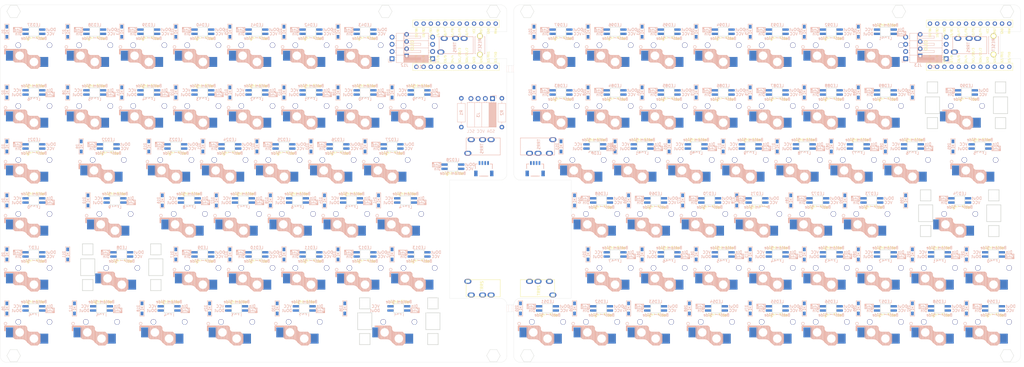
<source format=kicad_pcb>
(kicad_pcb (version 20240108) (generator "pcbnew") (generator_version "8.0")
  (layers (0 "F.Cu" signal) (31 "B.Cu" signal) (34 "B.Paste" user) (35 "F.Paste" user) (36 "B.SilkS" user "B.Silkscreen") (37 "F.SilkS" user "F.Silkscreen") (38 "B.Mask" user) (39 "F.Mask" user) (44 "Edge.Cuts" user))
  (net 0 "")
  (net 1 "Net-(D79-A)")
  (net 2 "Net-(D80-A)")
  (net 3 "Net-(D81-A)")
  (net 4 "Net-(D82-A)")
  (net 5 "Net-(D83-A)")
  (net 6 "Net-(D84-A)")
  (net 7 "Net-(D85-A)")
  (net 8 "Net-(D86-A)")
  (net 9 "Net-(D87-A)")
  (net 10 "Net-(D88-A)")
  (net 11 "Net-(D89-A)")
  (net 12 "Net-(D90-A)")
  (net 13 "Net-(D91-A)")
  (net 14 "Net-(D94-A)")
  (net 15 "Net-(D92-A)")
  (net 16 "Net-(D51-A)")
  (net 17 "Net-(D56-A)")
  (net 18 "Net-(D57-A)")
  (net 19 "Net-(D58-A)")
  (net 20 "Net-(D59-A)")
  (net 21 "Net-(D60-A)")
  (net 22 "Net-(D61-A)")
  (net 23 "Net-(D62-A)")
  (net 24 "Net-(D63-A)")
  (net 25 "Net-(D64-A)")
  (net 26 "Net-(D65-A)")
  (net 27 "Net-(D66-A)")
  (net 28 "Net-(D67-A)")
  (net 29 "Net-(D68-A)")
  (net 30 "Net-(D69-A)")
  (net 31 "Net-(D70-A)")
  (net 32 "Net-(D71-A)")
  (net 33 "Net-(D72-A)")
  (net 34 "Net-(D73-A)")
  (net 35 "Net-(D74-A)")
  (net 36 "Net-(D75-A)")
  (net 37 "Net-(D76-A)")
  (net 38 "Net-(D52-A)")
  (net 39 "Net-(D53-A)")
  (net 41 "Net-(D77-A)")
  (net 42 "Net-(D78-A)")
  (net 43 "Net-(D95-A)")
  (net 44 "Net-(D54-A)")
  (net 45 "Net-(D55-A)")
  (net 46 "Net-(D96-A)")
  (net 47 "Net-(D97-A)")
  (net 48 "Net-(D98-A)")
  (net 49 "Row0_R")
  (net 50 "Row1_R")
  (net 51 "Row2_R")
  (net 52 "Row3_R")
  (net 53 "Row4_R")
  (net 54 "Row5_R")
  (net 55 "GND_R")
  (net 56 "Net-(D42-A)")
  (net 57 "SCL_R")
  (net 58 "SDA_R")
  (net 59 "Col0_R")
  (net 60 "Col1_R")
  (net 61 "Col2_R")
  (net 62 "Col3_R")
  (net 63 "Col4_R")
  (net 64 "Col5_R")
  (net 65 "Col6_R")
  (net 66 "Col7_R")
  (net 67 "VDD_R")
  (net 68 "Row0_L")
  (net 69 "Net-(D1-A)")
  (net 70 "Net-(D2-A)")
  (net 71 "Row1_L")
  (net 72 "Row2_L")
  (net 73 "Net-(D3-A)")
  (net 74 "Net-(D4-A)")
  (net 75 "Row3_L")
  (net 76 "Row4_L")
  (net 77 "Net-(D5-A)")
  (net 78 "Row5_L")
  (net 79 "Net-(D6-A)")
  (net 80 "Net-(D7-A)")
  (net 81 "Net-(D8-A)")
  (net 82 "Net-(D9-A)")
  (net 83 "Net-(D10-A)")
  (net 84 "Net-(D11-A)")
  (net 85 "Net-(D12-A)")
  (net 86 "Net-(D13-A)")
  (net 87 "Net-(D14-A)")
  (net 88 "Net-(D15-A)")
  (net 89 "Net-(D16-A)")
  (net 90 "Net-(D17-A)")
  (net 91 "Net-(D18-A)")
  (net 92 "Net-(D19-A)")
  (net 93 "Net-(D20-A)")
  (net 94 "Net-(D21-A)")
  (net 95 "Net-(D22-A)")
  (net 96 "Net-(D23-A)")
  (net 97 "Net-(D24-A)")
  (net 98 "Net-(D25-A)")
  (net 99 "Net-(D26-A)")
  (net 100 "Net-(D27-A)")
  (net 101 "Net-(D28-A)")
  (net 102 "Net-(D29-A)")
  (net 103 "Net-(D30-A)")
  (net 104 "Net-(D31-A)")
  (net 105 "Net-(D32-A)")
  (net 106 "Net-(D33-A)")
  (net 107 "Net-(D34-A)")
  (net 108 "Net-(D35-A)")
  (net 109 "Net-(D36-A)")
  (net 110 "Net-(D37-A)")
  (net 111 "Net-(D38-A)")
  (net 112 "Net-(D39-A)")
  (net 113 "Net-(D40-A)")
  (net 114 "Net-(D41-A)")
  (net 115 "GND_L")
  (net 116 "VCC_L")
  (net 119 "SDA_L")
  (net 120 "SCL_L")
  (net 121 "Col0_L")
  (net 122 "Col1_L")
  (net 123 "Col2_L")
  (net 124 "Col3_L")
  (net 125 "Col4_L")
  (net 126 "Col5_L")
  (net 127 "Col6_L")
  (net 130 "Net-(LED1-DOUT)")
  (net 131 "LED_L")
  (net 132 "Net-(LED2-DOUT)")
  (net 133 "Net-(LED3-DOUT)")
  (net 134 "Net-(LED4-DOUT)")
  (net 135 "Net-(LED5-DOUT)")
  (net 136 "Net-(LED6-DOUT)")
  (net 137 "Net-(LED7-DOUT)")
  (net 138 "Net-(LED8-DOUT)")
  (net 139 "Net-(LED10-DIN)")
  (net 140 "Net-(LED10-DOUT)")
  (net 141 "Net-(LED11-DOUT)")
  (net 142 "Net-(LED12-DOUT)")
  (net 143 "Net-(LED13-DOUT)")
  (net 144 "Net-(LED14-DOUT)")
  (net 145 "Net-(LED15-DOUT)")
  (net 146 "Net-(LED16-DOUT)")
  (net 147 "Net-(LED17-DOUT)")
  (net 148 "Net-(LED18-DOUT)")
  (net 149 "Net-(LED19-DOUT)")
  (net 150 "Net-(LED20-DOUT)")
  (net 151 "Net-(LED21-DOUT)")
  (net 152 "Net-(LED22-DOUT)")
  (net 153 "Net-(LED23-DOUT)")
  (net 154 "Net-(LED24-DOUT)")
  (net 155 "Net-(LED25-DOUT)")
  (net 156 "Net-(LED26-DOUT)")
  (net 157 "Net-(LED27-DOUT)")
  (net 158 "Net-(LED28-DOUT)")
  (net 159 "Net-(LED29-DOUT)")
  (net 160 "Net-(LED30-DOUT)")
  (net 161 "Net-(LED31-DOUT)")
  (net 162 "Net-(LED32-DOUT)")
  (net 163 "Net-(LED33-DOUT)")
  (net 164 "Net-(LED34-DOUT)")
  (net 165 "Net-(LED35-DOUT)")
  (net 166 "Net-(LED36-DOUT)")
  (net 167 "Net-(LED37-DOUT)")
  (net 168 "Net-(LED38-DOUT)")
  (net 169 "Net-(LED39-DOUT)")
  (net 170 "Net-(LED40-DOUT)")
  (net 171 "Net-(LED41-DOUT)")
  (net 172 "Net-(LED42-DOUT)")
  (net 174 "LED_R")
  (net 179 "VCC_LB")
  (net 180 "LED_LB")
  (net 181 "GND_LB")
  (net 182 "RST_L")
  (net 184 "GND_RB")
  (net 185 "LED_RB")
  (net 187 "VDD_RB")
  (net 188 "Net-(LED51-DOUT)")
  (net 189 "Net-(LED52-DOUT)")
  (net 190 "Net-(LED53-DOUT)")
  (net 191 "Net-(LED54-DOUT)")
  (net 192 "Net-(LED55-DOUT)")
  (net 193 "Net-(LED56-DOUT)")
  (net 194 "Net-(LED57-DOUT)")
  (net 195 "Net-(LED58-DOUT)")
  (net 196 "Net-(LED59-DOUT)")
  (net 197 "Net-(LED60-DOUT)")
  (net 198 "Net-(LED61-DOUT)")
  (net 199 "Net-(LED62-DOUT)")
  (net 200 "Net-(LED63-DOUT)")
  (net 201 "Net-(LED64-DOUT)")
  (net 202 "Net-(LED65-DOUT)")
  (net 203 "Net-(LED66-DOUT)")
  (net 204 "Net-(LED67-DOUT)")
  (net 205 "Net-(LED68-DOUT)")
  (net 206 "Net-(LED69-DOUT)")
  (net 207 "Net-(LED70-DOUT)")
  (net 208 "Net-(LED71-DOUT)")
  (net 209 "Net-(LED72-DOUT)")
  (net 210 "Net-(LED73-DOUT)")
  (net 211 "Net-(LED74-DOUT)")
  (net 212 "Net-(LED75-DOUT)")
  (net 213 "Net-(LED76-DOUT)")
  (net 214 "Net-(LED77-DOUT)")
  (net 215 "Net-(LED78-DOUT)")
  (net 216 "Net-(LED79-DOUT)")
  (net 217 "Net-(LED80-DOUT)")
  (net 218 "Net-(LED81-DOUT)")
  (net 219 "Net-(LED82-DOUT)")
  (net 220 "Net-(LED83-DOUT)")
  (net 221 "Net-(LED84-DOUT)")
  (net 222 "Net-(LED85-DOUT)")
  (net 223 "Net-(LED86-DOUT)")
  (net 224 "Net-(LED87-DOUT)")
  (net 225 "Net-(LED88-DOUT)")
  (net 226 "Net-(LED89-DOUT)")
  (net 227 "Net-(LED90-DOUT)")
  (net 228 "Net-(LED91-DOUT)")
  (net 229 "Net-(LED92-DOUT)")
  (net 230 "Net-(LED93-DOUT)")
  (net 231 "Net-(LED94-DOUT)")
  (net 232 "Net-(LED95-DOUT)")
  (net 233 "Net-(LED96-DOUT)")
  (net 234 "RST_R")
  (net 237 "VCC_R")
  (net 241 "VCC_RB")
  (footprint "kbd_Parts:Diode_SMD" (layer "F.Cu") (at 304.8 64.29375 -90)
    (property "Reference" "D76")
    (property "Value" "D" (hide yes))
  )
  (footprint "kbd_Parts:LED_SK6812MINI-E_BL" (layer "F.Cu") (at 140.49375 83.34375)
    (property "Reference" "LED25")
    (property "Value" "LED_SK6812MINI-E")
    (fp_line (start -1.75 -1.6) (end 1.75 -1.6) (stroke (width 0.12)) (layer "Edge.Cuts"))
    (fp_line (start -1.75 1.6) (end -1.75 -1.6) (stroke (width 0.12)) (layer "Edge.Cuts"))
    (fp_line (start 1.75 -1.6) (end 1.75 1.6) (stroke (width 0.12)) (layer "Edge.Cuts"))
    (fp_line (start 1.75 1.6) (end -1.75 1.6) (stroke (width 0.12)) (layer "Edge.Cuts"))
  )
  (footprint "Rikkodo_FootPrint:rkd_Asm_ChocV1V2byV1_Hotswap_2u" (layer "F.Cu") (at 83.34375 126.20625)
    (property "Reference" "SW11" (hide yes))
    (property "Value" "SW_Push" (hide yes))
    (fp_line (start -14.5 -3.2) (end -14.5 2.7) (stroke (width 0.2)) (layer "Edge.Cuts"))
    (fp_line (start -13.85 -8.5) (end -10.15 -8.5) (stroke (width 0.2)) (layer "Edge.Cuts"))
    (fp_line (start -13.85 -4.6) (end -13.85 -8.5) (stroke (width 0.2)) (layer "Edge.Cuts"))
    (fp_line (start -13.85 8) (end -13.85 4.1) (stroke (width 0.2)) (layer "Edge.Cuts"))
    (fp_line (start -13.85 8) (end -10.15 8) (stroke (width 0.2)) (layer "Edge.Cuts"))
    (fp_line (start -10.15 -8.5) (end -10.15 -4.6) (stroke (width 0.2)) (layer "Edge.Cuts"))
    (fp_line (start -10.15 -4.6) (end -13.85 -4.6) (stroke (width 0.2)) (layer "Edge.Cuts"))
    (fp_line (start -10.15 4.1) (end -13.85 4.1) (stroke (width 0.2)) (layer "Edge.Cuts"))
    (fp_line (start -10.15 8) (end -10.15 4.1) (stroke (width 0.2)) (layer "Edge.Cuts"))
    (fp_line (start -9.5 -3.2) (end -14.5 -3.2) (stroke (width 0.2)) (layer "Edge.Cuts"))
    (fp_line (start -9.5 2.7) (end -14.5 2.7) (stroke (width 0.2)) (layer "Edge.Cuts"))
    (fp_line (start -9.5 2.7) (end -9.5 -3.2) (stroke (width 0.2)) (layer "Edge.Cuts"))
    (fp_line (start 9.5 -3.2) (end 9.5 2.7) (stroke (width 0.2)) (layer "Edge.Cuts"))
    (fp_line (start 9.5 -3.2) (end 14.5 -3.2) (stroke (width 0.2)) (layer "Edge.Cuts"))
    (fp_line (start 9.5 2.7) (end 14.5 2.7) (stroke (width 0.2)) (layer "Edge.Cuts"))
    (fp_line (start 10.15 -8.5) (end 10.15 -4.6) (stroke (width 0.2)) (layer "Edge.Cuts"))
    (fp_line (start 10.15 -4.6) (end 13.85 -4.6) (stroke (width 0.2)) (layer "Edge.Cuts"))
    (fp_line (start 10.15 4.1) (end 13.85 4.1) (stroke (width 0.2)) (layer "Edge.Cuts"))
    (fp_line (start 10.15 8) (end 10.15 4.1) (stroke (width 0.2)) (layer "Edge.Cuts"))
    (fp_line (start 13.85 -8.5) (end 10.15 -8.5) (stroke (width 0.2)) (layer "Edge.Cuts"))
    (fp_line (start 13.85 -8.5) (end 13.85 -4.6) (stroke (width 0.2)) (layer "Edge.Cuts"))
    (fp_line (start 13.85 4.1) (end 13.85 8) (stroke (width 0.2)) (layer "Edge.Cuts"))
    (fp_line (start 13.85 8) (end 10.15 8) (stroke (width 0.2)) (layer "Edge.Cuts"))
    (fp_line (start 14.5 2.7) (end 14.5 -3.2) (stroke (width 0.2)) (layer "Edge.Cuts"))
  )
  (footprint "Rikkodo_FootPrint:rkd_Asm_ChocV1V2_Hotswap_1u" (layer "F.Cu") (at 352.425 69.05625)
    (property "Reference" "SW88" (hide yes))
    (property "Value" "SW_Push" (hide yes))
  )
  (footprint "kbd_Parts:LED_SK6812MINI-E_BL" (layer "F.Cu") (at 76.2 140.49375 180)
    (property "Reference" "LED5")
    (property "Value" "LED_SK6812MINI-E")
    (fp_line (start 1.75 1.6) (end -1.75 1.6) (stroke (width 0.12)) (layer "Edge.Cuts"))
    (fp_line (start 1.75 -1.6) (end 1.75 1.6) (stroke (width 0.12)) (layer "Edge.Cuts"))
    (fp_line (start -1.75 1.6) (end -1.75 -1.6) (stroke (width 0.12)) (layer "Edge.Cuts"))
    (fp_line (start -1.75 -1.6) (end 1.75 -1.6) (stroke (width 0.12)) (layer "Edge.Cuts"))
  )
  (footprint "kbd_Parts:Diode_SMD" (layer "F.Cu") (at 83.34375 64.29375 -90)
    (property "Reference" "D14")
    (property "Value" "D" (hide yes))
  )
  (footprint "kbd_Hole:m2_Spacer_Hole_hex" (layer "F.Cu") (at 176.2125 35.71875)
    (property "Reference" "Ref**")
    (property "Value" "Val**")
    (fp_line (start -2.4 0) (end -1.2 2.15) (stroke (width 0.1)) (layer "Edge.Cuts"))
    (fp_line (start -1.2 -2.15) (end -2.4 0) (stroke (width 0.1)) (layer "Edge.Cuts"))
    (fp_line (start -1.2 2.15) (end 1.2 2.15) (stroke (width 0.1)) (layer "Edge.Cuts"))
    (fp_line (start 1.2 -2.15) (end -1.2 -2.15) (stroke (width 0.1)) (layer "Edge.Cuts"))
    (fp_line (start 1.2 2.15) (end 2.4 0) (stroke (width 0.1)) (layer "Edge.Cuts"))
    (fp_line (start 2.4 0) (end 1.2 -2.15) (stroke (width 0.1)) (layer "Edge.Cuts"))
  )
  (footprint "kbd_Parts:LED_SK6812MINI-E_BL" (layer "F.Cu") (at 200.025 90.4875)
    (property "Reference" "LED28")
    (property "Value" "LED_SK6812MINI-E")
    (fp_line (start -1.75 -1.6) (end 1.75 -1.6) (stroke (width 0.12)) (layer "Edge.Cuts"))
    (fp_line (start -1.75 1.6) (end -1.75 -1.6) (stroke (width 0.12)) (layer "Edge.Cuts"))
    (fp_line (start 1.75 -1.6) (end 1.75 1.6) (stroke (width 0.12)) (layer "Edge.Cuts"))
    (fp_line (start 1.75 1.6) (end -1.75 1.6) (stroke (width 0.12)) (layer "Edge.Cuts"))
  )
  (footprint "kbd_Parts:Diode_SMD" (layer "F.Cu") (at 111.91875 83.34375 -90)
    (property "Reference" "D21")
    (property "Value" "D" (hide yes))
  )
  (footprint "kbd_Parts:LED_SK6812MINI-E_BL" (layer "F.Cu") (at 150.01875 121.44375)
    (property "Reference" "LED11")
    (property "Value" "LED_SK6812MINI-E")
    (fp_line (start -1.75 -1.6) (end 1.75 -1.6) (stroke (width 0.12)) (layer "Edge.Cuts"))
    (fp_line (start -1.75 1.6) (end -1.75 -1.6) (stroke (width 0.12)) (layer "Edge.Cuts"))
    (fp_line (start 1.75 -1.6) (end 1.75 1.6) (stroke (width 0.12)) (layer "Edge.Cuts"))
    (fp_line (start 1.75 1.6) (end -1.75 1.6) (stroke (width 0.12)) (layer "Edge.Cuts"))
  )
  (footprint "Rikkodo_FootPrint:rkd_Asm_ChocV1V2_Hotswap_1u" (layer "F.Cu") (at 147.6375 145.25625)
    (property "Reference" "SW30" (hide yes))
    (property "Value" "SW_Push" (hide yes))
  )
  (footprint "Rikkodo_FootPrint:rkd_Asm_ChocV1V2_Hotswap_1u" (layer "F.Cu") (at 80.9625 107.15625)
    (property "Reference" "SW10" (hide yes))
    (property "Value" "SW_Push" (hide yes))
  )
  (footprint "Rikkodo_FootPrint:rkd_Asm_ChocV1V2_Hotswap_1u" (layer "F.Cu") (at 52.3875 88.10625)
    (property "Reference" "SW3" (hide yes))
    (property "Value" "SW_Push" (hide yes))
  )
  (footprint "kbd_Parts:Diode_SMD" (layer "F.Cu") (at 169.06875 83.34375 -90)
    (property "Reference" "D40")
    (property "Value" "D" (hide yes))
  )
  (footprint "kbd_Parts:LED_SK6812MINI-E_BL" (layer "F.Cu") (at 111.91875 121.44375)
    (property "Reference" "LED9")
    (property "Value" "LED_SK6812MINI-E")
    (fp_line (start -1.75 -1.6) (end 1.75 -1.6) (stroke (width 0.12)) (layer "Edge.Cuts"))
    (fp_line (start -1.75 1.6) (end -1.75 -1.6) (stroke (width 0.12)) (layer "Edge.Cuts"))
    (fp_line (start 1.75 -1.6) (end 1.75 1.6) (stroke (width 0.12)) (layer "Edge.Cuts"))
    (fp_line (start 1.75 1.6) (end -1.75 1.6) (stroke (width 0.12)) (layer "Edge.Cuts"))
  )
  (footprint "kbd_Parts:Diode_SMD" (layer "F.Cu") (at 102.39375 64.29375 -90)
    (property "Reference" "D20")
    (property "Value" "D" (hide yes))
  )
  (footprint "BrownSugar_KBD:ProMicro_r" (layer "F.Cu") (at 383.38125 47.625 -90)
    (property "Reference" "U2" (hide yes))
    (property "Value" "ProMicro" (hide yes))
  )
  (footprint "kbd_Parts:Diode_SMD" (layer "F.Cu") (at 323.85 64.29375 -90)
    (property "Reference" "D82")
    (property "Value" "D" (hide yes))
  )
  (footprint "Rikkodo_FootPrint:rkd_Asm_ChocV1V2_Hotswap_1u" (layer "F.Cu") (at 385.7625 88.10625)
    (property "Reference" "SW95" (hide yes))
    (property "Value" "SW_Push" (hide yes))
  )
  (footprint "kbd_Parts:Diode_SMD" (layer "F.Cu") (at 361.95 121.44375 -90)
    (property "Reference" "D91")
    (property "Value" "D" (hide yes))
  )
  (footprint "kbd_Parts:LED_SK6812MINI-E_BL" (layer "F.Cu") (at 238.125 42.8625)
    (property "Reference" "LED97")
    (property "Value" "LED_SK6812MINI-E")
    (fp_line (start -1.75 -1.6) (end 1.75 -1.6) (stroke (width 0.12)) (layer "Edge.Cuts"))
    (fp_line (start -1.75 1.6) (end -1.75 -1.6) (stroke (width 0.12)) (layer "Edge.Cuts"))
    (fp_line (start 1.75 -1.6) (end 1.75 1.6) (stroke (width 0.12)) (layer "Edge.Cuts"))
    (fp_line (start 1.75 1.6) (end -1.75 1.6) (stroke (width 0.12)) (layer "Edge.Cuts"))
  )
  (footprint "kbd_Parts:LED_SK6812MINI-E_BL" (layer "F.Cu") (at 130.96875 121.44375)
    (property "Reference" "LED10")
    (property "Value" "LED_SK6812MINI-E")
    (fp_line (start -1.75 -1.6) (end 1.75 -1.6) (stroke (width 0.12)) (layer "Edge.Cuts"))
    (fp_line (start -1.75 1.6) (end -1.75 -1.6) (stroke (width 0.12)) (layer "Edge.Cuts"))
    (fp_line (start 1.75 -1.6) (end 1.75 1.6) (stroke (width 0.12)) (layer "Edge.Cuts"))
    (fp_line (start 1.75 1.6) (end -1.75 1.6) (stroke (width 0.12)) (layer "Edge.Cuts"))
  )
  (footprint "kbd_Parts:LED_SK6812MINI-E_BL" (layer "F.Cu") (at 333.375 64.29375)
    (property "Reference" "LED88")
    (property "Value" "LED_SK6812MINI-E")
    (fp_line (start -1.75 -1.6) (end 1.75 -1.6) (stroke (width 0.12)) (layer "Edge.Cuts"))
    (fp_line (start -1.75 1.6) (end -1.75 -1.6) (stroke (width 0.12)) (layer "Edge.Cuts"))
    (fp_line (start 1.75 -1.6) (end 1.75 1.6) (stroke (width 0.12)) (layer "Edge.Cuts"))
    (fp_line (start 1.75 1.6) (end -1.75 1.6) (stroke (width 0.12)) (layer "Edge.Cuts"))
  )
  (footprint "kbd_Parts:LED_SK6812MINI-E_BL" (layer "F.Cu") (at 295.275 64.29375)
    (property "Reference" "LED86")
    (property "Value" "LED_SK6812MINI-E")
    (fp_line (start -1.75 -1.6) (end 1.75 -1.6) (stroke (width 0.12)) (layer "Edge.Cuts"))
    (fp_line (start -1.75 1.6) (end -1.75 -1.6) (stroke (width 0.12)) (layer "Edge.Cuts"))
    (fp_line (start 1.75 -1.6) (end 1.75 1.6) (stroke (width 0.12)) (layer "Edge.Cuts"))
    (fp_line (start 1.75 1.6) (end -1.75 1.6) (stroke (width 0.12)) (layer "Edge.Cuts"))
  )
  (footprint "Rikkodo_FootPrint:rkd_Asm_ChocV1V2_Hotswap_1u" (layer "F.Cu") (at 73.81875 47.625)
    (property "Reference" "SW7" (hide yes))
    (property "Value" "SW_Push" (hide yes))
  )
  (footprint "Rikkodo_FootPrint:rkd_cutdot" (layer "F.Cu") (at 219.371969 140.49375 90)
    (property "Reference" "REF**" (hide yes))
    (property "Value" "rkd_cutdot" (hide yes))
    (fp_line (start 1.190624 0.297656) (end 1.190482 -0.297479) (stroke (width 0.05)) (layer "Edge.Cuts"))
    (fp_line (start -1.190628 0.297656) (end -1.190768 -0.297479) (stroke (width 0.05)) (layer "Edge.Cuts"))
  )
  (footprint "Rikkodo_FootPrint:rkd_Asm_ChocV1V2_Hotswap_1u" (layer "F.Cu") (at 102.39375 88.10625)
    (property "Reference" "SW15" (hide yes))
    (property "Value" "SW_Push" (hide yes))
  )
  (footprint "kbd_Parts:Diode_SMD" (layer "F.Cu") (at 161.925 140.49375 -90)
    (property "Reference" "D36")
    (property "Value" "D" (hide yes))
  )
  (footprint "kbd_Parts:LED_SK6812MINI-E_BL" (layer "F.Cu") (at 145.25625 102.39375 180)
    (property "Reference" "LED16")
    (property "Value" "LED_SK6812MINI-E")
    (fp_line (start 1.75 1.6) (end -1.75 1.6) (stroke (width 0.12)) (layer "Edge.Cuts"))
    (fp_line (start 1.75 -1.6) (end 1.75 1.6) (stroke (width 0.12)) (layer "Edge.Cuts"))
    (fp_line (start -1.75 1.6) (end -1.75 -1.6) (stroke (width 0.12)) (layer "Edge.Cuts"))
    (fp_line (start -1.75 -1.6) (end 1.75 -1.6) (stroke (width 0.12)) (layer "Edge.Cuts"))
  )
  (footprint "kbd_Parts:Diode_SMD" (layer "F.Cu") (at 178.59375 121.44375 -90)
    (property "Reference" "D42")
    (property "Value" "D" (hide yes))
  )
  (footprint "Rikkodo_FootPrint:rkd_Asm_ChocV1V2_Hotswap_1u" (layer "F.Cu") (at 52.3875 126.20625)
    (property "Reference" "SW5" (hide yes))
    (property "Value" "SW_Push" (hide yes))
  )
  (footprint "kbd_Parts:Diode_SMD" (layer "F.Cu") (at 159.54375 42.8625 -90)
    (property "Reference" "D37")
    (property "Value" "D" (hide yes))
  )
  (footprint "kbd_Parts:LED_SK6812MINI-E_BL" (layer "F.Cu") (at 52.3875 121.44375)
    (property "Reference" "LED7")
    (property "Value" "LED_SK6812MINI-E")
    (fp_line (start -1.75 -1.6) (end 1.75 -1.6) (stroke (width 0.12)) (layer "Edge.Cuts"))
    (fp_line (start -1.75 1.6) (end -1.75 -1.6) (stroke (width 0.12)) (layer "Edge.Cuts"))
    (fp_line (start 1.75 -1.6) (end 1.75 1.6) (stroke (width 0.12)) (layer "Edge.Cuts"))
    (fp_line (start 1.75 1.6) (end -1.75 1.6) (stroke (width 0.12)) (layer "Edge.Cuts"))
  )
  (footprint "Rikkodo_FootPrint:rkd_cutdot" (layer "F.Cu") (at 221.158408 55.959098 90)
    (property "Reference" "REF**" (hide yes))
    (property "Value" "rkd_cutdot" (hide yes))
    (fp_line (start 1.190624 0.297656) (end 1.190482 -0.297479) (stroke (width 0.05)) (layer "Edge.Cuts"))
    (fp_line (start -1.190628 0.297656) (end -1.190768 -0.297479) (stroke (width 0.05)) (layer "Edge.Cuts"))
  )
  (footprint "Rikkodo_FootPrint:rkd_Asm_ChocV1V2_Hotswap_1u" (layer "F.Cu") (at 252.4125 107.15625)
    (property "Reference" "SW60" (hide yes))
    (property "Value" "SW_Push" (hide yes))
  )
  (footprint "kbd_Parts:LED_SK6812MINI-E_BL" (layer "F.Cu") (at 169.06875 64.29375 180)
    (property "Reference" "LED30")
    (property "Value" "LED_SK6812MINI-E")
    (fp_line (start 1.75 1.6) (end -1.75 1.6) (stroke (width 0.12)) (layer "Edge.Cuts"))
    (fp_line (start 1.75 -1.6) (end 1.75 1.6) (stroke (width 0.12)) (layer "Edge.Cuts"))
    (fp_line (start -1.75 1.6) (end -1.75 -1.6) (stroke (width 0.12)) (layer "Edge.Cuts"))
    (fp_line (start -1.75 -1.6) (end 1.75 -1.6) (stroke (width 0.12)) (layer "Edge.Cuts"))
  )
  (footprint "Rikkodo_FootPrint:rkd_Asm_ChocV1V2_Hotswap_1u" (layer "F.Cu") (at 100.0125 145.25625)
    (property "Reference" "SW18" (hide yes))
    (property "Value" "SW_Push" (hide yes))
  )
  (footprint "kbd_Parts:ResetSW" (layer "F.Cu") (at 209.55 47.625 90)
    (property "Reference" "SW101" (hide yes))
    (property "Value" "SW_Push")
  )
  (footprint "kbd_Parts:Diode_SMD" (layer "F.Cu") (at 69.05625 83.34375 -90)
    (property "Reference" "D9")
    (property "Value" "D" (hide yes))
  )
  (footprint "kbd_Parts:Diode_SMD" (layer "F.Cu") (at 319.0875 102.39375 -90)
    (property "Reference" "D84")
    (property "Value" "D" (hide yes))
  )
  (footprint "kbd_Parts:LED_SK6812MINI-E_BL" (layer "F.Cu") (at 92.86875 42.8625)
    (property "Reference" "LED39")
    (property "Value" "LED_SK6812MINI-E")
    (fp_line (start -1.75 -1.6) (end 1.75 -1.6) (stroke (width 0.12)) (layer "Edge.Cuts"))
    (fp_line (start -1.75 1.6) (end -1.75 -1.6) (stroke (width 0.12)) (layer "Edge.Cuts"))
    (fp_line (start 1.75 -1.6) (end 1.75 1.6) (stroke (width 0.12)) (layer "Edge.Cuts"))
    (fp_line (start 1.75 1.6) (end -1.75 1.6) (stroke (width 0.12)) (layer "Edge.Cuts"))
  )
  (footprint "kbd_Parts:Diode_SMD" (layer "F.Cu") (at 90.4875 140.49375 -90)
    (property "Reference" "D18")
    (property "Value" "D" (hide yes))
  )
  (footprint "Rikkodo_FootPrint:rkd_Asm_ChocV1V2_Hotswap_1u" (layer "F.Cu") (at 111.91875 47.625)
    (property "Reference" "SW19" (hide yes))
    (property "Value" "SW_Push" (hide yes))
  )
  (footprint "kbd_Parts:LED_SK6812MINI-E_BL" (layer "F.Cu") (at 295.275 121.44375 180)
    (property "Reference" "LED65")
    (property "Value" "LED_SK6812MINI-E")
    (fp_line (start 1.75 1.6) (end -1.75 1.6) (stroke (width 0.12)) (layer "Edge.Cuts"))
    (fp_line (start 1.75 -1.6) (end 1.75 1.6) (stroke (width 0.12)) (layer "Edge.Cuts"))
    (fp_line (start -1.75 1.6) (end -1.75 -1.6) (stroke (width 0.12)) (layer "Edge.Cuts"))
    (fp_line (start -1.75 -1.6) (end 1.75 -1.6) (stroke (width 0.12)) (layer "Edge.Cuts"))
  )
  (footprint "kbd_Parts:LED_SK6812MINI-E_BL" (layer "F.Cu") (at 238.125 64.29375)
    (property "Reference" "LED83")
    (property "Value" "LED_SK6812MINI-E")
    (fp_line (start -1.75 -1.6) (end 1.75 -1.6) (stroke (width 0.12)) (layer "Edge.Cuts"))
    (fp_line (start -1.75 1.6) (end -1.75 -1.6) (stroke (width 0.12)) (layer "Edge.Cuts"))
    (fp_line (start 1.75 -1.6) (end 1.75 1.6) (stroke (width 0.12)) (layer "Edge.Cuts"))
    (fp_line (start 1.75 1.6) (end -1.75 1.6) (stroke (width 0.12)) (layer "Edge.Cuts"))
  )
  (footprint "kbd_Parts:LED_SK6812MINI-E_BL" (layer "F.Cu") (at 276.225 64.29375)
    (property "Reference" "LED85")
    (property "Value" "LED_SK6812MINI-E")
    (fp_line (start -1.75 -1.6) (end 1.75 -1.6) (stroke (width 0.12)) (layer "Edge.Cuts"))
    (fp_line (start -1.75 1.6) (end -1.75 -1.6) (stroke (width 0.12)) (layer "Edge.Cuts"))
    (fp_line (start 1.75 -1.6) (end 1.75 1.6) (stroke (width 0.12)) (layer "Edge.Cuts"))
    (fp_line (start 1.75 1.6) (end -1.75 1.6) (stroke (width 0.12)) (layer "Edge.Cuts"))
  )
  (footprint "kbd_Parts:Diode_SMD" (layer "F.Cu") (at 140.49375 42.8625 -90)
    (property "Reference" "D31")
    (property "Value" "D" (hide yes))
  )
  (footprint "Rikkodo_FootPrint:rkd_Asm_ChocV1V2_Hotswap_1u" (layer "F.Cu") (at 342.9 88.10625)
    (property "Reference" "SW83" (hide yes))
    (property "Value" "SW_Push" (hide yes))
  )
  (footprint "kbd_Parts:Diode_SMD" (layer "F.Cu") (at 102.39375 42.8625 -90)
    (property "Reference" "D19")
    (property "Value" "D" (hide yes))
  )
  (footprint "Rikkodo_FootPrint:rkd_Asm_ChocV1V2_Hotswap_1u" (layer "F.Cu") (at 111.91875 126.20625)
    (property "Reference" "SW17" (hide yes))
    (property "Value" "SW_Push" (hide yes))
  )
  (footprint "Rikkodo_FootPrint:rkd_Asm_ChocV1V2_Hotswap_1u" (layer "F.Cu") (at 371.475 126.20625)
    (property "Reference" "SW91" (hide yes))
    (property "Value" "SW_Push" (hide yes))
  )
  (footprint "Rikkodo_FootPrint:rkd_Asm_ChocV1V2_Hotswap_1u" (layer "F.Cu") (at 238.125 47.625)
    (property "Reference" "SW51" (hide yes))
    (property "Value" "SW_Push" (hide yes))
  )
  (footprint "Rikkodo_FootPrint:rkd_Asm_ChocV1V2_Hotswap_1u" (layer "F.Cu") (at 252.4125 145.25625)
    (property "Reference" "SW56" (hide yes))
    (property "Value" "SW_Push" (hide yes))
  )
  (footprint "Rikkodo_FootPrint:rkd_Asm_ChocV1V2_Hotswap_1u" (layer "F.Cu") (at 52.3875 69.05625)
    (property "Reference" "SW2" (hide yes))
    (property "Value" "SW_Push" (hide yes))
  )
  (footprint "Rikkodo_FootPrint:rkd_Asm_ChocV1V2_Hotswap_1u" (layer "F.Cu") (at 169.06875 126.20625)
    (property "Reference" "SW35" (hide yes))
    (property "Value" "SW_Push" (hide yes))
  )
  (footprint "Rikkodo_FootPrint:rkd_Asm_ChocV1V2_Hotswap_1u" (layer "F.Cu") (at 314.325 145.25625)
    (property "Reference" "SW74" (hide yes))
    (property "Value" "SW_Push" (hide yes))
  )
  (footprint "kbd_Parts:Diode_SMD" (layer "F.Cu") (at 257.175 83.34375 -90)
    (property "Reference" "D59")
    (property "Value" "D" (hide yes))
  )
  (footprint "kbd_Parts:Diode_SMD" (layer "F.Cu") (at 283.36875 140.49375 -90)
    (property "Reference" "D68")
    (property "Value" "D" (hide yes))
  )
  (footprint "kbd_Parts:ResetSW" (layer "F.Cu") (at 390.525 47.625 90)
    (property "Reference" "SW102" (hide yes))
    (property "Value" "SW_Push")
  )
  (footprint "Rikkodo_FootPrint:rkd_Asm_ChocV1V2_Hotswap_1u" (layer "F.Cu") (at 352.425 47.625)
    (property "Reference" "SW87" (hide yes))
    (property "Value" "SW_Push" (hide yes))
  )
  (footprint "Rikkodo_FootPrint:rkd_Asm_ChocV1V2_Hotswap_1u" (layer "F.Cu") (at 285.75 88.10625)
    (property "Reference" "SW65" (hide yes))
    (property "Value" "SW_Push" (hide yes))
  )
  (footprint "kbd_Parts:Diode_SMD" (layer "F.Cu") (at 342.9 121.44375 -90)
    (property "Reference" "D85")
    (property "Value" "D" (hide yes))
  )
  (footprint "Rikkodo_FootPrint:rkd_Asm_ChocV1V2_Hotswap_1u" (layer "F.Cu") (at 130.96875 69.05625)
    (property "Reference" "SW26" (hide yes))
    (property "Value" "SW_Push" (hide yes))
  )
  (footprint "kbd_Parts:Diode_SMD" (layer "F.Cu") (at 300.0375 102.39375 -90)
    (property "Reference" "D78")
    (property "Value" "D" (hide yes))
  )
  (footprint "kbd_Parts:LED_SK6812MINI-E_BL" (layer "F.Cu") (at 100.0125 140.49375 180)
    (property "Reference" "LED4")
    (property "Value" "LED_SK6812MINI-E")
    (fp_line (start 1.75 1.6) (end -1.75 1.6) (stroke (width 0.12)) (layer "Edge.Cuts"))
    (fp_line (start 1.75 -1.6) (end 1.75 1.6) (stroke (width 0.12)) (layer "Edge.Cuts"))
    (fp_line (start -1.75 1.6) (end -1.75 -1.6) (stroke (width 0.12)) (layer "Edge.Cuts"))
    (fp_line (start -1.75 -1.6) (end 1.75 -1.6) (stroke (width 0.12)) (layer "Edge.Cuts"))
  )
  (footprint "kbd_Hole:m2_Spacer_Hole_hex" (layer "F.Cu") (at 395.2875 35.71875)
    (property "Reference" "Ref**")
    (property "Value" "Val**")
    (fp_line (start -2.4 0) (end -1.2 2.15) (stroke (width 0.1)) (layer "Edge.Cuts"))
    (fp_line (start -1.2 -2.15) (end -2.4 0) (stroke (width 0.1)) (layer "Edge.Cuts"))
    (fp_line (start -1.2 2.15) (end 1.2 2.15) (stroke (width 0.1)) (layer "Edge.Cuts"))
    (fp_line (start 1.2 -2.15) (end -1.2 -2.15) (stroke (width 0.1)) (layer "Edge.Cuts"))
    (fp_line (start 1.2 2.15) (end 2.4 0) (stroke (width 0.1)) (layer "Edge.Cuts"))
    (fp_line (start 2.4 0) (end 1.2 -2.15) (stroke (width 0.1)) (layer "Edge.Cuts"))
  )
  (footprint "kbd_Parts:Diode_SMD" (layer "F.Cu") (at 280.9875 102.39375 -90)
    (property "Reference" "D72")
    (property "Value" "D" (hide yes))
  )
  (footprint "kbd_Parts:Diode_SMD" (layer "F.Cu") (at 261.9375 102.39375 -90)
    (property "Reference" "D66")
    (property "Value" "D" (hide yes))
  )
  (footprint "Rikkodo_FootPrint:rkd_Asm_ChocV1V2_Hotswap_1u" (layer "F.Cu") (at 295.275 126.20625)
    (property "Reference" "SW67" (hide yes))
    (property "Value" "SW_Push" (hide yes))
  )
  (footprint "kbd_Parts:LED_SK6812MINI-E_BL" (layer "F.Cu") (at 314.325 140.49375)
    (property "Reference" "LED55")
    (property "Value" "LED_SK6812MINI-E")
    (fp_line (start -1.75 -1.6) (end 1.75 -1.6) (stroke (width 0.12)) (layer "Edge.Cuts"))
    (fp_line (start -1.75 1.6) (end -1.75 -1.6) (stroke (width 0.12)) (layer "Edge.Cuts"))
    (fp_line (start 1.75 -1.6) (end 1.75 1.6) (stroke (width 0.12)) (layer "Edge.Cuts"))
    (fp_line (start 1.75 1.6) (end -1.75 1.6) (stroke (width 0.12)) (layer "Edge.Cuts"))
  )
  (footprint "kbd_Parts:LED_SK6812MINI-E_BL" (layer "F.Cu") (at 159.54375 83.34375)
    (property "Reference" "LED26")
    (property "Value" "LED_SK6812MINI-E")
    (fp_line (start -1.75 -1.6) (end 1.75 -1.6) (stroke (width 0.12)) (layer "Edge.Cuts"))
    (fp_line (start -1.75 1.6) (end -1.75 -1.6) (stroke (width 0.12)) (layer "Edge.Cuts"))
    (fp_line (start 1.75 -1.6) (end 1.75 1.6) (stroke (width 0.12)) (layer "Edge.Cuts"))
    (fp_line (start 1.75 1.6) (end -1.75 1.6) (stroke (width 0.12)) (layer "Edge.Cuts"))
  )
  (footprint "kbd_Parts:Diode_SMD" (layer "F.Cu") (at 42.8625 42.8625 -90)
    (property "Reference" "D1")
    (property "Value" "D" (hide yes))
  )
  (footprint "kbd_Parts:LED_SK6812MINI-E_BL" (layer "F.Cu") (at 111.91875 42.8625)
    (property "Reference" "LED40")
    (property "Value" "LED_SK6812MINI-E")
    (fp_line (start -1.75 -1.6) (end 1.75 -1.6) (stroke (width 0.12)) (layer "Edge.Cuts"))
    (fp_line (start -1.75 1.6) (end -1.75 -1.6) (stroke (width 0.12)) (layer "Edge.Cuts"))
    (fp_line (start 1.75 -1.6) (end 1.75 1.6) (stroke (width 0.12)) (layer "Edge.Cuts"))
    (fp_line (start 1.75 1.6) (end -1.75 1.6) (stroke (width 0.12)) (layer "Edge.Cuts"))
  )
  (footprint "Rikkodo_FootPrint:rkd_Asm_ChocV1V2_Hotswap_1u" (layer "F.Cu") (at 92.86875 69.05625)
    (property "Reference" "SW14" (hide yes))
    (property "Value" "SW_Push" (hide yes))
  )
  (footprint "Rikkodo_FootPrint:rkd_Asm_ChocV1V2_Hotswap_1u" (layer "F.Cu") (at 169.06875 69.05625)
    (property "Reference" "SW38" (hide yes))
    (property "Value" "SW_Push" (hide yes))
  )
  (footprint "Rikkodo_FootPrint:rkd_Asm_ChocV1V2_Hotswap_1u" (layer "F.Cu") (at 309.5625 107.15625)
    (property "Reference" "SW78" (hide yes))
    (property "Value" "SW_Push" (hide yes))
  )
  (footprint "kbd_Hole:m2_Spacer_Hole_hex" (layer "F.Cu") (at 214.3125 35.71875)
    (property "Reference" "Ref**")
    (property "Value" "Val**")
    (fp_line (start -2.4 0) (end -1.2 2.15) (stroke (width 0.1)) (layer "Edge.Cuts"))
    (fp_line (start -1.2 -2.15) (end -2.4 0) (stroke (width 0.1)) (layer "Edge.Cuts"))
    (fp_line (start -1.2 2.15) (end 1.2 2.15) (stroke (width 0.1)) (layer "Edge.Cuts"))
    (fp_line (start 1.2 -2.15) (end -1.2 -2.15) (stroke (width 0.1)) (layer "Edge.Cuts"))
    (fp_line (start 1.2 2.15) (end 2.4 0) (stroke (width 0.1)) (layer "Edge.Cuts"))
    (fp_line (start 2.4 0) (end 1.2 -2.15) (stroke (width 0.1)) (layer "Edge.Cuts"))
  )
  (footprint "Rikkodo_FootPrint:rkd_Asm_ChocV1V2_Hotswap_1u" (layer "F.Cu") (at 150.01875 47.625)
    (property "Reference" "SW31" (hide yes))
    (property "Value" "SW_Push" (hide yes))
  )
  (footprint "Rikkodo_FootPrint:rkd_Asm_ChocV1V2_Hotswap_1u" (layer "F.Cu") (at 333.375 145.25625)
    (property "Reference" "SW80" (hide yes))
    (property "Value" "SW_Push" (hide yes))
  )
  (footprint "kbd_Parts:LED_SK6812MINI-E_BL" (layer "F.Cu") (at 371.475 121.44375 180)
    (property "Reference" "LED61")
    (property "Value" "LED_SK6812MINI-E")
    (fp_line (start 1.75 1.6) (end -1.75 1.6) (stroke (width 0.12)) (layer "Edge.Cuts"))
    (fp_line (start 1.75 -1.6) (end 1.75 1.6) (stroke (width 0.12)) (layer "Edge.Cuts"))
    (fp_line (start -1.75 1.6) (end -1.75 -1.6) (stroke (width 0.12)) (layer "Edge.Cuts"))
    (fp_line (start -1.75 -1.6) (end 1.75 -1.6) (stroke (width 0.12)) (layer "Edge.Cuts"))
  )
  (footprint "Rikkodo_FootPrint:rkd_Asm_ChocV1V2_Hotswap_1u" (layer "F.Cu") (at 178.59375 88.10625)
    (property "Reference" "SW40" (hide yes))
    (property "Value" "SW_Push" (hide yes))
  )
  (footprint "BrownSugar_KBD:TRRS_PJ-320A" (layer "F.Cu") (at 223.8375 133.35 90)
    (property "Reference" "J9")
    (property "Value" "TRRS" (hide yes))
  )
  (footprint "kbd_Parts:Diode_SMD" (layer "F.Cu") (at 42.8625 64.29375 -90)
    (property "Reference" "D2")
    (property "Value" "D" (hide yes))
  )
  (footprint "kbd_Parts:LED_SK6812MINI-E_BL" (layer "F.Cu") (at 126.20625 102.39375 180)
    (property "Reference" "LED17")
    (property "Value" "LED_SK6812MINI-E")
    (fp_line (start 1.75 1.6) (end -1.75 1.6) (stroke (width 0.12)) (layer "Edge.Cuts"))
    (fp_line (start 1.75 -1.6) (end 1.75 1.6) (stroke (width 0.12)) (layer "Edge.Cuts"))
    (fp_line (start -1.75 1.6) (end -1.75 -1.6) (stroke (width 0.12)) (layer "Edge.Cuts"))
    (fp_line (start -1.75 -1.6) (end 1.75 -1.6) (stroke (width 0.12)) (layer "Edge.Cuts"))
  )
  (footprint "Rikkodo_FootPrint:rkd_Asm_ChocV1V2_Hotswap_1u" (layer "F.Cu") (at 130.96875 47.625)
    (property "Reference" "SW25" (hide yes))
    (property "Value" "SW_Push" (hide yes))
  )
  (footprint "kbd_Parts:LED_SK6812MINI-E_BL" (layer "F.Cu") (at 188.11875 64.29375 180)
    (property "Reference" "LED29")
    (property "Value" "LED_SK6812MINI-E")
    (fp_line (start 1.75 1.6) (end -1.75 1.6) (stroke (width 0.12)) (layer "Edge.Cuts"))
    (fp_line (start 1.75 -1.6) (end 1.75 1.6) (stroke (width 0.12)) (layer "Edge.Cuts"))
    (fp_line (start -1.75 1.6) (end -1.75 -1.6) (stroke (width 0.12)) (layer "Edge.Cuts"))
    (fp_line (start -1.75 -1.6) (end 1.75 -1.6) (stroke (width 0.12)) (layer "Edge.Cuts"))
  )
  (footprint "Rikkodo_FootPrint:rkd_Asm_ChocV1V2_Hotswap_1u" (layer "F.Cu") (at 257.175 47.625)
    (property "Reference" "SW57" (hide yes))
    (property "Value" "SW_Push" (hide yes))
  )
  (footprint "kbd_Parts:Diode_SMD" (layer "F.Cu") (at 42.8625 121.44375 -90)
    (property "Reference" "D5")
    (property "Value" "D" (hide yes))
  )
  (footprint "Rikkodo_FootPrint:rkd_Asm_ChocV1V2_Hotswap_1u" (layer "F.Cu") (at 52.3875 47.625)
    (property "Reference" "SW1" (hide yes))
    (property "Value" "SW_Push" (hide yes))
  )
  (footprint "Rikkodo_FootPrint:rkd_Asm_ChocV1V2_Hotswap_1u" (layer "F.Cu") (at 295.275 69.05625)
    (property "Reference" "SW70" (hide yes))
    (property "Value" "SW_Push" (hide yes))
  )
  (footprint "kbd_Parts:Diode_SMD" (layer "F.Cu") (at 342.9 64.29375 -90)
    (property "Reference" "D88")
    (property "Value" "D" (hide yes))
  )
  (footprint "kbd_Parts:Diode_SMD" (layer "F.Cu") (at 121.44375 42.8625 -90)
    (property "Reference" "D25")
    (property "Value" "D" (hide yes))
  )
  (footprint "kbd_Parts:Diode_SMD" (layer "F.Cu") (at 64.29375 121.44375 -90)
    (property "Reference" "D11")
    (property "Value" "D" (hide yes))
  )
  (footprint "kbd_Parts:LED_SK6812MINI-E_BL" (layer "F.Cu") (at 233.3625 140.49375)
    (property "Reference" "LED51")
    (property "Value" "LED_SK6812MINI-E")
    (fp_line (start -1.75 -1.6) (end 1.75 -1.6) (stroke (width 0.12)) (layer "Edge.Cuts"))
    (fp_line (start -1.75 1.6) (end -1.75 -1.6) (stroke (width 0.12)) (layer "Edge.Cuts"))
    (fp_line (start 1.75 -1.6) (end 1.75 1.6) (stroke (width 0.12)) (layer "Edge.Cuts"))
    (fp_line (start 1.75 1.6) (end -1.75 1.6) (stroke (width 0.12)) (layer "Edge.Cuts"))
  )
  (footprint "kbd_Parts:LED_SK6812MINI-E_BL" (layer "F.Cu") (at 314.325 121.44375 180)
    (property "Reference" "LED64")
    (property "Value" "LED_SK6812MINI-E")
    (fp_line (start 1.75 1.6) (end -1.75 1.6) (stroke (width 0.12)) (layer "Edge.Cuts"))
    (fp_line (start 1.75 -1.6) (end 1.75 1.6) (stroke (width 0.12)) (layer "Edge.Cuts"))
    (fp_line (start -1.75 1.6) (end -1.75 -1.6) (stroke (width 0.12)) (layer "Edge.Cuts"))
    (fp_line (start -1.75 -1.6) (end 1.75 -1.6) (stroke (width 0.12)) (layer "Edge.Cuts"))
  )
  (footprint "Rikkodo_FootPrint:rkd_Asm_ChocV1V2_Hotswap_1u" (layer "F.Cu") (at 323.85 88.10625)
    (property "Reference" "SW77" (hide yes))
    (property "Value" "SW_Push" (hide yes))
  )
  (footprint "Rikkodo_FootPrint:rkd_Asm_ChocV1V2_Hotswap_1u" (layer "F.Cu") (at 150.01875 69.05625)
    (property "Reference" "SW32" (hide yes))
    (property "Value" "SW_Push" (hide yes))
  )
  (footprint "kbd_Parts:LED_SK6812MINI-E_BL" (layer "F.Cu") (at 314.325 64.29375)
    (property "Reference" "LED87")
    (property "Value" "LED_SK6812MINI-E")
    (fp_line (start -1.75 -1.6) (end 1.75 -1.6) (stroke (width 0.12)) (layer "Edge.Cuts"))
    (fp_line (start -1.75 1.6) (end -1.75 -1.6) (stroke (width 0.12)) (layer "Edge.Cuts"))
    (fp_line (start 1.75 -1.6) (end 1.75 1.6) (stroke (width 0.12)) (layer "Edge.Cuts"))
    (fp_line (start 1.75 1.6) (end -1.75 1.6) (stroke (width 0.12)) (layer "Edge.Cuts"))
  )
  (footprint "Rikkodo_FootPrint:rkd_Asm_ChocV1V2_Hotswap_1u" (layer "F.Cu") (at 361.95 88.10625)
    (property "Reference" "SW89" (hide yes))
    (property "Value" "SW_Push" (hide yes))
  )
  (footprint "kbd_Parts:LED_SK6812MINI-E_BL" (layer "F.Cu") (at 333.375 140.49375)
    (property "Reference" "LED56")
    (property "Value" "LED_SK6812MINI-E")
    (fp_line (start -1.75 -1.6) (end 1.75 -1.6) (stroke (width 0.12)) (layer "Edge.Cuts"))
    (fp_line (start -1.75 1.6) (end -1.75 -1.6) (stroke (width 0.12)) (layer "Edge.Cuts"))
    (fp_line (start 1.75 -1.6) (end 1.75 1.6) (stroke (width 0.12)) (layer "Edge.Cuts"))
    (fp_line (start 1.75 1.6) (end -1.75 1.6) (stroke (width 0.12)) (layer "Edge.Cuts"))
  )
  (footprint "kbd_Parts:LED_SK6812MINI-E_BL" (layer "F.Cu") (at 257.175 64.29375)
    (property "Reference" "LED84")
    (property "Value" "LED_SK6812MINI-E")
    (fp_line (start -1.75 -1.6) (end 1.75 -1.6) (stroke (width 0.12)) (layer "Edge.Cuts"))
    (fp_line (start -1.75 1.6) (end -1.75 -1.6) (stroke (width 0.12)) (layer "Edge.Cuts"))
    (fp_line (start 1.75 -1.6) (end 1.75 1.6) (stroke (width 0.12)) (layer "Edge.Cuts"))
    (fp_line (start 1.75 1.6) (end -1.75 1.6) (stroke (width 0.12)) (layer "Edge.Cuts"))
  )
  (footprint "kbd_Parts:LED_SK6812MINI-E_BL" (layer "F.Cu") (at 52.3875 102.39375 180)
    (property "Reference" "LED20")
    (property "Value" "LED_SK6812MINI-E")
    (fp_line (start 1.75 1.6) (end -1.75 1.6) (stroke (width 0.12)) (layer "Edge.Cuts"))
    (fp_line (start 1.75 -1.6) (end 1.75 1.6) (stroke (width 0.12)) (layer "Edge.Cuts"))
    (fp_line (start -1.75 1.6) (end -1.75 -1.6) (stroke (width 0.12)) (layer "Edge.Cuts"))
    (fp_line (start -1.75 -1.6) (end 1.75 -1.6) (stroke (width 0.12)) (layer "Edge.Cuts"))
  )
  (footprint "kbd_Parts:Diode_SMD" (layer "F.Cu") (at 304.8 42.8625 -90)
    (property "Reference" "D75")
    (property "Value" "D" (hide yes))
  )
  (footprint "Rikkodo_FootPrint:rkd_Asm_ChocV1V2_Hotswap_1u" (layer "F.Cu") (at 257.175 69.05625)
    (property "Reference" "SW58" (hide yes))
    (property "Value" "SW_Push" (hide yes))
  )
  (footprint "kbd_Parts:Diode_SMD" (layer "F.Cu") (at 295.275 83.34375 -90)
    (property "Reference" "D71")
    (property "Value" "D" (hide yes))
  )
  (footprint "Rikkodo_FootPrint:rkd_Asm_ChocV1V2_Hotswap_1u" (layer "F.Cu") (at 121.44375 88.10625)
    (property "Reference" "SW21" (hide yes))
    (property "Value" "SW_Push" (hide yes))
  )
  (footprint "kbd_Parts:LED_SK6812MINI-E_BL" (layer "F.Cu") (at 52.3875 140.49375 180)
    (property "Reference" "LED6")
    (property "Value" "LED_SK6812MINI-E")
    (fp_line (start 1.75 1.6) (end -1.75 1.6) (stroke (width 0.12)) (layer "Edge.Cuts"))
    (fp_line (start 1.75 -1.6) (end 1.75 1.6) (stroke (width 0.12)) (layer "Edge.Cuts"))
    (fp_line (start -1.75 1.6) (end -1.75 -1.6) (stroke (width 0.12)) (layer "Edge.Cuts"))
    (fp_line (start -1.75 -1.6) (end 1.75 -1.6) (stroke (width 0.12)) (layer "Edge.Cuts"))
  )
  (footprint "Rikkodo_FootPrint:rkd_Asm_ChocV1V2_Hotswap_1u" (layer "F.Cu") (at 371.475 145.25625)
    (property "Reference" "SW92" (hide yes))
    (property "Value" "SW_Push" (hide yes))
  )
  (footprint "BrownSugar_KBD:OLED_center_module" (layer "F.Cu") (at 201.215625 47.625 -90)
    (property "Reference" "OL1")
    (property "Value" "OLED" (hide yes))
  )
  (footprint "kbd_Parts:Diode_SMD" (layer "F.Cu") (at 42.8625 83.34375 -90)
    (property "Reference" "D3")
    (property "Value" "D" (hide yes))
  )
  (footprint "kbd_Parts:Diode_SMD" (layer "F.Cu") (at 285.75 64.29375 -90)
    (property "Reference" "D70")
    (property "Value" "D" (hide yes))
  )
  (footprint "kbd_Parts:Diode_SMD" (layer "F.Cu") (at 116.68125 102.39375 -90)
    (property "Reference" "D22")
    (property "Value" "D" (hide yes))
  )
  (footprint "kbd_Parts:LED_SK6812MINI-E_BL" (layer "F.Cu") (at 347.6625 102.39375)
    (property "Reference" "LED73")
    (property "Value" "LED_SK6812MINI-E")
    (fp_line (start -1.75 -1.6) (end 1.75 -1.6) (stroke (width 0.12)) (layer "Edge.Cuts"))
    (fp_line (start -1.75 1.6) (end -1.75 -1.6) (stroke (width 0.12)) (layer "Edge.Cuts"))
    (fp_line (start 1.75 -1.6) (end 1.75 1.6) (stroke (width 0.12)) (layer "Edge.Cuts"))
    (fp_line (start 1.75 1.6) (end -1.75 1.6) (stroke (width 0.12)) (layer "Edge.Cuts"))
  )
  (footprint "kbd_Parts:Diode_SMD" (layer "F.Cu") (at 285.75 42.8625 -90)
    (property "Reference" "D69")
    (property "Value" "D" (hide yes))
  )
  (footprint "Rikkodo_FootPrint:rkd_Asm_ChocV1V2byV1_Hotswap_2u" (layer "F.Cu") (at 180.975 145.25625)
    (property "Reference" "SW36" (hide yes))
    (property "Value" "SW_Push" (hide yes))
    (fp_line (start -14.5 -3.2) (end -14.5 2.7) (stroke (width 0.2)) (layer "Edge.Cuts"))
    (fp_line (start -13.85 -8.5) (end -10.15 -8.5) (stroke (width 0.2)) (layer "Edge.Cuts"))
    (fp_line (start -13.85 -4.6) (end -13.85 -8.5) (stroke (width 0.2)) (layer "Edge.Cuts"))
    (fp_line (start -13.85 8) (end -13.85 4.1) (stroke (width 0.2)) (layer "Edge.Cuts"))
    (fp_line (start -13.85 8) (end -10.15 8) (stroke (width 0.2)) (layer "Edge.Cuts"))
    (fp_line (start -10.15 -8.5) (end -10.15 -4.6) (stroke (width 0.2)) (layer "Edge.Cuts"))
    (fp_line (start -10.15 -4.6) (end -13.85 -4.6) (stroke (width 0.2)) (layer "Edge.Cuts"))
    (fp_line (start -10.15 4.1) (end -13.85 4.1) (stroke (width 0.2)) (layer "Edge.Cuts"))
    (fp_line (start -10.15 8) (end -10.15 4.1) (stroke (width 0.2)) (layer "Edge.Cuts"))
    (fp_line (start -9.5 -3.2) (end -14.5 -3.2) (stroke (width 0.2)) (layer "Edge.Cuts"))
    (fp_line (start -9.5 2.7) (end -14.5 2.7) (stroke (width 0.2)) (layer "Edge.Cuts"))
    (fp_line (start -9.5 2.7) (end -9.5 -3.2) (stroke (width 0.2)) (layer "Edge.Cuts"))
    (fp_line (start 9.5 -3.2) (end 9.5 2.7) (stroke (width 0.2)) (layer "Edge.Cuts"))
    (fp_line (start 9.5 -3.2) (end 14.5 -3.2) (stroke (width 0.2)) (layer "Edge.Cuts"))
    (fp_line (start 9.5 2.7) (end 14.5 2.7) (stroke (width 0.2)) (layer "Edge.Cuts"))
    (fp_line (start 10.15 -8.5) (end 10.15 -4.6) (stroke (width 0.2)) (layer "Edge.Cuts"))
    (fp_line (start 10.15 -4.6) (end 13.85 -4.6) (stroke (width 0.2)) (layer "Edge.Cuts"))
    (fp_line (start 10.15 4.1) (end 13.85 4.1) (stroke (width 0.2)) (layer "Edge.Cuts"))
    (fp_line (start 10.15 8) (end 10.15 4.1) (stroke (width 0.2)) (layer "Edge.Cuts"))
    (fp_line (start 13.85 -8.5) (end 10.15 -8.5) (stroke (width 0.2)) (layer "Edge.Cuts"))
    (fp_line (start 13.85 -8.5) (end 13.85 -4.6) (stroke (width 0.2)) (layer "Edge.Cuts"))
    (fp_line (start 13.85 4.1) (end 13.85 8) (stroke (width 0.2)) (layer "Edge.Cuts"))
    (fp_line (start 13.85 8) (end 10.15 8) (stroke (width 0.2)) (layer "Edge.Cuts"))
    (fp_line (start 14.5 2.7) (end 14.5 -3.2) (stroke (width 0.2)) (layer "Edge.Cuts"))
  )
  (footprint "kbd_Parts:LED_SK6812MINI-E_BL" (layer "F.Cu") (at 121.44375 83.34375)
    (property "Reference" "LED24")
    (property "Value" "LED_SK6812MINI-E")
    (fp_line (start -1.75 -1.6) (end 1.75 -1.6) (stroke (width 0.12)) (layer "Edge.Cuts"))
    (fp_line (start -1.75 1.6) (end -1.75 -1.6) (stroke (width 0.12)) (layer "Edge.Cuts"))
    (fp_line (start 1.75 -1.6) (end 1.75 1.6) (stroke (width 0.12)) (layer "Edge.Cuts"))
    (fp_line (start 1.75 1.6) (end -1.75 1.6) (stroke (width 0.12)) (layer "Edge.Cuts"))
  )
  (footprint "kbd_Parts:LED_SK6812MINI-E_BL" (layer "F.Cu") (at 111.91875 64.29375 180)
    (property "Reference" "LED33")
    (property "Value" "LED_SK6812MINI-E")
    (fp_line (start 1.75 1.6) (end -1.75 1.6) (stroke (width 0.12)) (layer "Edge.Cuts"))
    (fp_line (start 1.75 -1.6) (end 1.75 1.6) (stroke (width 0.12)) (layer "Edge.Cuts"))
    (fp_line (start -1.75 1.6) (end -1.75 -1.6) (stroke (width 0.12)) (layer "Edge.Cuts"))
    (fp_line (start -1.75 -1.6) (end 1.75 -1.6) (stroke (width 0.12)) (layer "Edge.Cuts"))
  )
  (footprint "Rikkodo_FootPrint:rkd_Asm_ChocV1V2byV1_Hotswap_2u" (layer "F.Cu") (at 378.61875 107.15625)
    (property "Reference" "SW96" (hide yes))
    (property "Value" "SW_Push" (hide yes))
    (fp_line (start -14.5 -3.2) (end -14.5 2.7) (stroke (width 0.2)) (layer "Edge.Cuts"))
    (fp_line (start -13.85 -8.5) (end -10.15 -8.5) (stroke (width 0.2)) (layer "Edge.Cuts"))
    (fp_line (start -13.85 -4.6) (end -13.85 -8.5) (stroke (width 0.2)) (layer "Edge.Cuts"))
    (fp_line (start -13.85 8) (end -13.85 4.1) (stroke (width 0.2)) (layer "Edge.Cuts"))
    (fp_line (start -13.85 8) (end -10.15 8) (stroke (width 0.2)) (layer "Edge.Cuts"))
    (fp_line (start -10.15 -8.5) (end -10.15 -4.6) (stroke (width 0.2)) (layer "Edge.Cuts"))
    (fp_line (start -10.15 -4.6) (end -13.85 -4.6) (stroke (width 0.2)) (layer "Edge.Cuts"))
    (fp_line (start -10.15 4.1) (end -13.85 4.1) (stroke (width 0.2)) (layer "Edge.Cuts"))
    (fp_line (start -10.15 8) (end -10.15 4.1) (stroke (width 0.2)) (layer "Edge.Cuts"))
    (fp_line (start -9.5 -3.2) (end -14.5 -3.2) (stroke (width 0.2)) (layer "Edge.Cuts"))
    (fp_line (start -9.5 2.7) (end -14.5 2.7) (stroke (width 0.2)) (layer "Edge.Cuts"))
    (fp_line (start -9.5 2.7) (end -9.5 -3.2) (stroke (width 0.2)) (layer "Edge.Cuts"))
    (fp_line (start 9.5 -3.2) (end 9.5 2.7) (stroke (width 0.2)) (layer "Edge.Cuts"))
    (fp_line (start 9.5 -3.2) (end 14.5 -3.2) (stroke (width 0.2)) (layer "Edge.Cuts"))
    (fp_line (start 9.5 2.7) (end 14.5 2.7) (stroke (width 0.2)) (layer "Edge.Cuts"))
    (fp_line (start 10.15 -8.5) (end 10.15 -4.6) (stroke (width 0.2)) (layer "Edge.Cuts"))
    (fp_line (start 10.15 -4.6) (end 13.85 -4.6) (stroke (width 0.2)) (layer "Edge.Cuts"))
    (fp_line (start 10.15 4.1) (end 13.85 4.1) (stroke (width 0.2)) (layer "Edge.Cuts"))
    (fp_line (start 10.15 8) (end 10.15 4.1) (stroke (width 0.2)) (layer "Edge.Cuts"))
    (fp_line (start 13.85 -8.5) (end 10.15 -8.5) (stroke (width 0.2)) (layer "Edge.Cuts"))
    (fp_line (start 13.85 -8.5) (end 13.85 -4.6) (stroke (width 0.2)) (layer "Edge.Cuts"))
    (fp_line (start 13.85 4.1) (end 13.85 8) (stroke (width 0.2)) (layer "Edge.Cuts"))
    (fp_line (start 13.85 8) (end 10.15 8) (stroke (width 0.2)) (layer "Edge.Cuts"))
    (fp_line (start 14.5 2.7) (end 14.5 -3.2) (stroke (width 0.2)) (layer "Edge.Cuts"))
  )
  (footprint "kbd_Parts:LED_SK6812MINI-E_BL" (layer "F.Cu") (at 266.7 83.34375 180)
    (property "Reference" "LED81")
    (property "Value" "LED_SK6812MINI-E")
    (fp_line (start 1.75 1.6) (end -1.75 1.6) (stroke (width 0.12)) (layer "Edge.Cuts"))
    (fp_line (start 1.75 -1.6) (end 1.75 1.6) (stroke (width 0.12)) (layer "Edge.Cuts"))
    (fp_line (start -1.75 1.6) (end -1.75 -1.6) (stroke (width 0.12)) (layer "Edge.Cuts"))
    (fp_line (start -1.75 -1.6) (end 1.75 -1.6) (stroke (width 0.12)) (layer "Edge.Cuts"))
  )
  (footprint "Rikkodo_FootPrint:rkd_Asm_ChocV1V2_Hotswap_1u" (layer "F.Cu") (at 159.54375 88.10625)
    (property "Reference" "SW33" (hide yes))
    (property "Value" "SW_Push" (hide yes))
  )
  (footprint "kbd_Parts:Diode_SMD" (layer "F.Cu") (at 361.95 140.49375 -90)
    (property "Reference" "D92")
    (property "Value" "D" (hide yes))
  )
  (footprint "kbd_Parts:Diode_SMD" (layer "F.Cu") (at 223.8375 140.49375 -90)
    (property "Reference" "D55")
    (property "Value" "D" (hide yes))
  )
  (footprint "Rikkodo_FootPrint:rkd_Asm_ChocV1V2_Hotswap_1u" (layer "F.Cu") (at 52.3875 107.15625)
    (property "Reference" "SW4" (hide yes))
    (property "Value" "SW_Push" (hide yes))
  )
  (footprint "kbd_Parts:Diode_SMD" (layer "F.Cu") (at 138.1125 140.49375 -90)
    (property "Reference" "D30")
    (property "Value" "D" (hide yes))
  )
  (footprint "Rikkodo_FootPrint:rkd_Asm_ChocV1V2_Hotswap_1u" (layer "F.Cu") (at 266.7 88.10625)
    (property "Reference" "SW59" (hide yes))
    (property "Value" "SW_Push" (hide yes))
  )
  (footprint "kbd_Parts:LED_SK6812MINI-E_BL" (layer "F.Cu") (at 333.375 42.8625)
    (property "Reference" "LED92")
    (property "Value" "LED_SK6812MINI-E")
    (fp_line (start -1.75 -1.6) (end 1.75 -1.6) (stroke (width 0.12)) (layer "Edge.Cuts"))
    (fp_line (start -1.75 1.6) (end -1.75 -1.6) (stroke (width 0.12)) (layer "Edge.Cuts"))
    (fp_line (start 1.75 -1.6) (end 1.75 1.6) (stroke (width 0.12)) (layer "Edge.Cuts"))
    (fp_line (start 1.75 1.6) (end -1.75 1.6) (stroke (width 0.12)) (layer "Edge.Cuts"))
  )
  (footprint "Rikkodo_FootPrint:rkd_cutdot" (layer "F.Cu") (at 219.372472 55.959328 90)
    (property "Reference" "REF**" (hide yes))
    (property "Value" "rkd_cutdot" (hide yes))
    (fp_line (start 1.190624 0.297656) (end 1.190482 -0.297479) (stroke (width 0.05)) (layer "Edge.Cuts"))
    (fp_line (start -1.190628 0.297656) (end -1.190768 -0.297479) (stroke (width 0.05)) (layer "Edge.Cuts"))
  )
  (footprint "kbd_Parts:LED_SK6812MINI-E_BL" (layer "F.Cu") (at 290.5125 102.39375)
    (property "Reference" "LED70")
    (property "Value" "LED_SK6812MINI-E")
    (fp_line (start -1.75 -1.6) (end 1.75 -1.6) (stroke (width 0.12)) (layer "Edge.Cuts"))
    (fp_line (start -1.75 1.6) (end -1.75 -1.6) (stroke (width 0.12)) (layer "Edge.Cuts"))
    (fp_line (start 1.75 -1.6) (end 1.75 1.6) (stroke (width 0.12)) (layer "Edge.Cuts"))
    (fp_line (start 1.75 1.6) (end -1.75 1.6) (stroke (width 0.12)) (layer "Edge.Cuts"))
  )
  (footprint "kbd_Parts:LED_SK6812MINI-E_BL" (layer "F.Cu") (at 385.7625 83.34375 180)
    (property "Reference" "LED75")
    (property "Value" "LED_SK6812MINI-E")
    (fp_line (start 1.75 1.6) (end -1.75 1.6) (stroke (width 0.12)) (layer "Edge.Cuts"))
    (fp_line (start 1.75 -1.6) (end 1.75 1.6) (stroke (width 0.12)) (layer "Edge.Cuts"))
    (fp_line (start -1.75 1.6) (end -1.75 -1.6) (stroke (width 0.12)) (layer "Edge.Cuts"))
    (fp_line (start -1.75 -1.6) (end 1.75 -1.6) (stroke (width 0.12)) (layer "Edge.Cuts"))
  )
  (footprint "kbd_Parts:Diode_SMD" (layer "F.Cu") (at 64.29375 64.29375 -90)
    (property "Reference" "D8")
    (property "Value" "D" (hide yes))
  )
  (footprint "Rikkodo_FootPrint:rkd_Asm_ChocV1V2_Hotswap_1u" (layer "F.Cu") (at 76.2 145.25625)
    (property "Reference" "SW12" (hide yes))
    (property "Value" "SW_Push" (hide yes))
  )
  (footprint "kbd_Parts:Diode_SMD" (layer "F.Cu") (at 92.86875 83.34375 -90)
    (property "Reference" "D15")
    (property "Value" "D" (hide yes))
  )
  (footprint "kbd_Parts:Diode_SMD" (layer "F.Cu") (at 304.8 140.49375 -90)
    (property "Reference" "D74")
    (property "Value" "D" (hide yes))
  )
  (footprint "kbd_Parts:LED_SK6812MINI-E_BL" (layer "F.Cu") (at 378.61875 102.39375)
    (property "Reference" "LED74")
    (property "Value" "LED_SK6812MINI-E")
    (fp_line (start -1.75 -1.6) (end 1.75 -1.6) (stroke (width 0.12)) (layer "Edge.Cuts"))
    (fp_line (start -1.75 1.6) (end -1.75 -1.6) (stroke (width 0.12)) (layer "Edge.Cuts"))
    (fp_line (start 1.75 -1.6) (end 1.75 1.6) (stroke (width 0.12)) (layer "Edge.Cuts"))
    (fp_line (start 1.75 1.6) (end -1.75 1.6) (stroke (width 0.12)) (layer "Edge.Cuts"))
  )
  (footprint "kbd_Parts:LED_SK6812MINI-E_BL" (layer "F.Cu") (at 342.9 83.34375 180)
    (property "Reference" "LED77")
    (property "Value" "LED_SK6812MINI-E")
    (fp_line (start 1.75 1.6) (end -1.75 1.6) (stroke (width 0.12)) (layer "Edge.Cuts"))
    (fp_line (start 1.75 -1.6) (end 1.75 1.6) (stroke (width 0.12)) (layer "Edge.Cuts"))
    (fp_line (start -1.75 1.6) (end -1.75 -1.6) (stroke (width 0.12)) (layer "Edge.Cuts"))
    (fp_line (start -1.75 -1.6) (end 1.75 -1.6) (stroke (width 0.12)) (layer "Edge.Cuts"))
  )
  (footprint "Rikkodo_FootPrint:rkd_Asm_ChocV1V2_Hotswap_1u" (layer "F.Cu") (at 352.425 126.20625)
    (property "Reference" "SW85" (hide yes))
    (property "Value" "SW_Push" (hide yes))
  )
  (footprint "kbd_Parts:Diode_SMD" (layer "F.Cu") (at 173.83125 102.39375 -90)
    (property "Reference" "D41")
    (property "Value" "D" (hide yes))
  )
  (footprint "Rikkodo_FootPrint:rkd_Asm_ChocV1V2_Hotswap_1u" (layer "F.Cu") (at 183.35625 107.15625)
    (property "Reference" "SW41" (hide yes))
    (property "Value" "SW_Push" (hide yes))
  )
  (footprint "kbd_Parts:LED_SK6812MINI-E_BL" (layer "F.Cu") (at 150.01875 42.8625)
    (property "Reference" "LED42")
    (property "Value" "LED_SK6812MINI-E")
    (fp_line (start -1.75 -1.6) (end 1.75 -1.6) (stroke (width 0.12)) (layer "Edge.Cuts"))
    (fp_line (start -1.75 1.6) (end -1.75 -1.6) (stroke (width 0.12)) (layer "Edge.Cuts"))
    (fp_line (start 1.75 -1.6) (end 1.75 1.6) (stroke (width 0.12)) (layer "Edge.Cuts"))
    (fp_line (start 1.75 1.6) (end -1.75 1.6) (stroke (width 0.12)) (layer "Edge.Cuts"))
  )
  (footprint "kbd_Parts:Diode_SMD" (layer "F.Cu") (at 352.425 83.34375 -90)
    (property "Reference" "D89")
    (property "Value" "D" (hide yes))
  )
  (footprint "kbd_Parts:Diode_SMD" (layer "F.Cu") (at 323.85 121.44375 -90)
    (property "Reference" "D79")
    (property "Value" "D" (hide yes))
  )
  (footprint "kbd_Parts:Diode_SMD" (layer "F.Cu") (at 64.29375 42.8625 -90)
    (property "Reference" "D7")
    (property "Value" "D" (hide yes))
  )
  (footprint "Rikkodo_FootPrint:rkd_Asm_ChocV1V2_Hotswap_1u" (layer "F.Cu") (at 247.65 88.10625)
    (property "Reference" "SW53" (hide yes))
    (property "Value" "SW_Push" (hide yes))
  )
  (footprint "kbd_Parts:LED_SK6812MINI-E_BL" (layer "F.Cu") (at 188.11875 121.44375)
    (property "Reference" "LED13")
    (property "Value" "LED_SK6812MINI-E")
    (fp_line (start -1.75 -1.6) (end 1.75 -1.6) (stroke (width 0.12)) (layer "Edge.Cuts"))
    (fp_line (start -1.75 1.6) (end -1.75 -1.6) (stroke (width 0.12)) (layer "Edge.Cuts"))
    (fp_line (start 1.75 -1.6) (end 1.75 1.6) (stroke (width 0.12)) (layer "Edge.Cuts"))
    (fp_line (start 1.75 1.6) (end -1.75 1.6) (stroke (width 0.12)) (layer "Edge.Cuts"))
  )
  (footprint "kbd_Parts:LED_SK6812MINI-E_BL" (layer "F.Cu") (at 292.89375 140.49375)
    (property "Reference" "LED54")
    (property "Value" "LED_SK6812MINI-E")
    (fp_line (start -1.75 -1.6) (end 1.75 -1.6) (stroke (width 0.12)) (layer "Edge.Cuts"))
    (fp_line (start -1.75 1.6) (end -1.75 -1.6) (stroke (width 0.12)) (layer "Edge.Cuts"))
    (fp_line (start 1.75 -1.6) (end 1.75 1.6) (stroke (width 0.12)) (layer "Edge.Cuts"))
    (fp_line (start 1.75 1.6) (end -1.75 1.6) (stroke (width 0.12)) (layer "Edge.Cuts"))
  )
  (footprint "kbd_Parts:LED_SK6812MINI-E_BL" (layer "F.Cu") (at 102.39375 83.34375)
    (property "Reference" "LED23")
    (property "Value" "LED_SK6812MINI-E")
    (fp_line (start -1.75 -1.6) (end 1.75 -1.6) (stroke (width 0.12)) (layer "Edge.Cuts"))
    (fp_line (start -1.75 1.6) (end -1.75 -1.6) (stroke (width 0.12)) (layer "Edge.Cuts"))
    (fp_line (start 1.75 -1.6) (end 1.75 1.6) (stroke (width 0.12)) (layer "Edge.Cuts"))
    (fp_line (start 1.75 1.6) (end -1.75 1.6) (stroke (width 0.12)) (layer "Edge.Cuts"))
  )
  (footprint "kbd_Parts:LED_SK6812MINI-E_BL" (layer "F.Cu") (at 252.4125 102.39375)
    (property "Reference" "LED68")
    (property "Value" "LED_SK6812MINI-E")
    (fp_line (start -1.75 -1.6) (end 1.75 -1.6) (stroke (width 0.12)) (layer "Edge.Cuts"))
    (fp_line (start -1.75 1.6) (end -1.75 -1.6) (stroke (width 0.12)) (layer "Edge.Cuts"))
    (fp_line (start 1.75 -1.6) (end 1.75 1.6) (stroke (width 0.12)) (layer "Edge.Cuts"))
    (fp_line (start 1.75 1.6) (end -1.75 1.6) (stroke (width 0.12)) (layer "Edge.Cuts"))
  )
  (footprint "Rikkodo_FootPrint:rkd_Asm_ChocV1V2byV1_Hotswap_2u" (layer "F.Cu") (at 381 69.05625)
    (property "Reference" "SW94" (hide yes))
    (property "Value" "SW_Push" (hide yes))
    (fp_line (start -14.5 -3.2) (end -14.5 2.7) (stroke (width 0.2)) (layer "Edge.Cuts"))
    (fp_line (start -13.85 -8.5) (end -10.15 -8.5) (stroke (width 0.2)) (layer "Edge.Cuts"))
    (fp_line (start -13.85 -4.6) (end -13.85 -8.5) (stroke (width 0.2)) (layer "Edge.Cuts"))
    (fp_line (start -13.85 8) (end -13.85 4.1) (stroke (width 0.2)) (layer "Edge.Cuts"))
    (fp_line (start -13.85 8) (end -10.15 8) (stroke (width 0.2)) (layer "Edge.Cuts"))
    (fp_line (start -10.15 -8.5) (end -10.15 -4.6) (stroke (width 0.2)) (layer "Edge.Cuts"))
    (fp_line (start -10.15 -4.6) (end -13.85 -4.6) (stroke (width 0.2)) (layer "Edge.Cuts"))
    (fp_line (start -10.15 4.1) (end -13.85 4.1) (stroke (width 0.2)) (layer "Edge.Cuts"))
    (fp_line (start -10.15 8) (end -10.15 4.1) (stroke (width 0.2)) (layer "Edge.Cuts"))
    (fp_line (start -9.5 -3.2) (end -14.5 -3.2) (stroke (width 0.2)) (layer "Edge.Cuts"))
    (fp_line (start -9.5 2.7) (end -14.5 2.7) (stroke (width 0.2)) (layer "Edge.Cuts"))
    (fp_line (start -9.5 2.7) (end -9.5 -3.2) (stroke (width 0.2)) (layer "Edge.Cuts"))
    (fp_line (start 9.5 -3.2) (end 9.5 2.7) (stroke (width 0.2)) (layer "Edge.Cuts"))
    (fp_line (start 9.5 -3.2) (end 14.5 -3.2) (stroke (width 0.2)) (layer "Edge.Cuts"))
    (fp_line (start 9.5 2.7) (end 14.5 2.7) (stroke (width 0.2)) (layer "Edge.Cuts"))
    (fp_line (start 10.15 -8.5) (end 10.15 -4.6) (stroke (width 0.2)) (layer "Edge.Cuts"))
    (fp_line (start 10.15 -4.6) (end 13.85 -4.6) (stroke (width 0.2)) (layer "Edge.Cuts"))
    (fp_line (start 10.15 4.1) (end 13.85 4.1) (stroke (width 0.2)) (layer "Edge.Cuts"))
    (fp_line (start 10.15 8) (end 10.15 4.1) (stroke (width 0.2)) (layer "Edge.Cuts"))
    (fp_line (start 13.85 -8.5) (end 10.15 -8.5) (stroke (width 0.2)) (layer "Edge.Cuts"))
    (fp_line (start 13.85 -8.5) (end 13.85 -4.6) (stroke (width 0.2)) (layer "Edge.Cuts"))
    (fp_line (start 13.85 4.1) (end 13.85 8) (stroke (width 0.2)) (layer "Edge.Cuts"))
    (fp_line (start 13.85 8) (end 10.15 8) (stroke (width 0.2)) (layer "Edge.Cuts"))
    (fp_line (start 14.5 2.7) (end 14.5 -3.2) (stroke (width 0.2)) (layer "Edge.Cuts"))
  )
  (footprint "kbd_Hole:m2_Spacer_Hole_hex" (layer "F.Cu") (at 45.24375 35.71875)
    (property "Reference" "Ref**")
    (property "Value" "Val**")
    (fp_line (start -2.4 0) (end -1.2 2.15) (stroke (width 0.1)) (layer "Edge.Cuts"))
    (fp_line (start -1.2 -2.15) (end -2.4 0) (stroke (width 0.1)) (layer "Edge.Cuts"))
    (fp_line (start -1.2 2.15) (end 1.2 2.15) (stroke (width 0.1)) (layer "Edge.Cuts"))
    (fp_line (start 1.2 -2.15) (end -1.2 -2.15) (stroke (width 0.1)) (layer "Edge.Cuts"))
    (fp_line (start 1.2 2.15) (end 2.4 0) (stroke (width 0.1)) (layer "Edge.Cuts"))
    (fp_line (start 2.4 0) (end 1.2 -2.15) (stroke (width 0.1)) (layer "Edge.Cuts"))
  )
  (footprint "Rikkodo_FootPrint:rkd_Asm_ChocV1V2_Hotswap_1u" (layer "F.Cu") (at 333.375 126.20625)
    (property "Reference" "SW79" (hide yes))
    (property "Value" "SW_Push" (hide yes))
  )
  (footprint "kbd_Parts:Diode_SMD" (layer "F.Cu") (at 154.78125 102.39375 -90)
    (property "Reference" "D34")
    (property "Value" "D" (hide yes))
  )
  (footprint "kbd_Hole:m2_Spacer_Hole_hex" (layer "F.Cu") (at 357.1875 35.71875)
    (property "Reference" "Ref**")
    (property "Value" "Val**")
    (fp_line (start -2.4 0) (end -1.2 2.15) (stroke (width 0.1)) (layer "Edge.Cuts"))
    (fp_line (start -1.2 -2.15) (end -2.4 0) (stroke (width 0.1)) (layer "Edge.Cuts"))
    (fp_line (start -1.2 2.15) (end 1.2 2.15) (stroke (width 0.1)) (layer "Edge.Cuts"))
    (fp_line (start 1.2 -2.15) (end -1.2 -2.15) (stroke (width 0.1)) (layer "Edge.Cuts"))
    (fp_line (start 1.2 2.15) (end 2.4 0) (stroke (width 0.1)) (layer "Edge.Cuts"))
    (fp_line (start 2.4 0) (end 1.2 -2.15) (stroke (width 0.1)) (layer "Edge.Cuts"))
  )
  (footprint "kbd_Parts:LED_SK6812MINI-E_BL" (layer "F.Cu") (at 183.35625 102.39375 180)
    (property "Reference" "LED14")
    (property "Value" "LED_SK6812MINI-E")
    (fp_line (start 1.75 1.6) (end -1.75 1.6) (stroke (width 0.12)) (layer "Edge.Cuts"))
    (fp_line (start 1.75 -1.6) (end 1.75 1.6) (stroke (width 0.12)) (layer "Edge.Cuts"))
    (fp_line (start -1.75 1.6) (end -1.75 -1.6) (stroke (width 0.12)) (layer "Edge.Cuts"))
    (fp_line (start -1.75 -1.6) (end 1.75 -1.6) (stroke (width 0.12)) (layer "Edge.Cuts"))
  )
  (footprint "Rikkodo_FootPrint:rkd_Asm_ChocV1V2_Hotswap_1u" (layer "F.Cu") (at 140.49375 88.10625)
    (property "Reference" "SW27" (hide yes))
    (property "Value" "SW_Push" (hide yes))
  )
  (footprint "kbd_Parts:LED_SK6812MINI-E_BL" (layer "F.Cu") (at 352.425 42.8625 180)
    (property "Reference" "LED91")
    (property "Value" "LED_SK6812MINI-E")
    (fp_line (start 1.75 1.6) (end -1.75 1.6) (stroke (width 0.12)) (layer "Edge.Cuts"))
    (fp_line (start 1.75 -1.6) (end 1.75 1.6) (stroke (width 0.12)) (layer "Edge.Cuts"))
    (fp_line (start -1.75 1.6) (end -1.75 -1.6) (stroke (width 0.12)) (layer "Edge.Cuts"))
    (fp_line (start -1.75 -1.6) (end 1.75 -1.6) (stroke (width 0.12)) (layer "Edge.Cuts"))
  )
  (footprint "kbd_Parts:Diode_SMD" (layer "F.Cu") (at 342.9 140.49375 -90)
    (property "Reference" "D86")
    (property "Value" "D" (hide yes))
  )
  (footprint "kbd_Parts:Diode_SMD" (layer "F.Cu") (at 114.3 140.49375 -90)
    (property "Reference" "D24")
    (property "Value" "D" (hide yes))
  )
  (footprint "kbd_Parts:Diode_SMD" (layer "F.Cu") (at 314.325 83.34375 -90)
    (property "Reference" "D77")
    (property "Value" "D" (hide yes))
  )
  (footprint "kbd_Parts:Diode_SMD" (layer "F.Cu") (at 228.6 42.8625 -90)
    (property "Reference" "D51")
    (property "Value" "D" (hide yes))
  )
  (footprint "kbd_Parts:LED_SK6812MINI-E_BL" (layer "F.Cu") (at 276.225 121.44375 180)
    (property "Reference" "LED66")
    (property "Value" "LED_SK6812MINI-E")
    (fp_line (start 1.75 1.6) (end -1.75 1.6) (stroke (width 0.12)) (layer "Edge.Cuts"))
    (fp_line (start 1.75 -1.6) (end 1.75 1.6) (stroke (width 0.12)) (layer "Edge.Cuts"))
    (fp_line (start -1.75 1.6) (end -1.75 -1.6) (stroke (width 0.12)) (layer "Edge.Cuts"))
    (fp_line (start -1.75 -1.6) (end 1.75 -1.6) (stroke (width 0.12)) (layer "Edge.Cuts"))
  )
  (footprint "kbd_Parts:Diode_SMD" (layer "F.Cu") (at 238.125 83.34375 -90)
    (property "Reference" "D53")
    (property "Value" "D" (hide yes))
  )
  (footprint "kbd_Parts:Diode_SMD" (layer "F.Cu") (at 130.96875 83.34375 -90)
    (property "Reference" "D27")
    (property "Value" "D" (hide yes))
  )
  (footprint "kbd_Parts:Diode_SMD" (layer "F.Cu") (at 247.65 42.8625 -90)
    (property "Reference" "D57")
    (property "Value" "D" (hide yes))
  )
  (footprint "Rikkodo_FootPrint:rkd_Asm_ChocV1V2_Hotswap_1u" (layer "F.Cu") (at 238.125 69.05625)
    (property "Reference" "SW52" (hide yes))
    (property "Value" "SW_Push" (hide yes))
  )
  (footprint "kbd_Parts:Diode_SMD" (layer "F.Cu") (at 140.49375 121.44375 -90)
    (property "Reference" "D29")
    (property "Value" "D" (hide yes))
  )
  (footprint "Rikkodo_FootPrint:rkd_Asm_ChocV1V2_Hotswap_1u" (layer "F.Cu") (at 73.81875 69.05625)
    (property "Reference" "SW8" (hide yes))
    (property "Value" "SW_Push" (hide yes))
  )
  (footprint "kbd_Parts:Diode_SMD" (layer "F.Cu") (at 247.65 121.44375 -90)
    (property "Reference" "D54")
    (property "Value" "D" (hide yes))
  )
  (footprint "Rikkodo_FootPrint:rkd_Asm_ChocV1V2_Hotswap_1u" (layer "F.Cu") (at 295.275 47.625)
    (property "Reference" "SW69" (hide yes))
    (property "Value" "SW_Push" (hide yes))
  )
  (footprint "kbd_Parts:LED_SK6812MINI-E_BL" (layer "F.Cu") (at 295.275 42.8625)
    (property "Reference" "LED94")
    (property "Value" "LED_SK6812MINI-E")
    (fp_line (start -1.75 -1.6) (end 1.75 -1.6) (stroke (width 0.12)) (layer "Edge.Cuts"))
    (fp_line (start -1.75 1.6) (end -1.75 -1.6) (stroke (width 0.12)) (layer "Edge.Cuts"))
    (fp_line (start 1.75 -1.6) (end 1.75 1.6) (stroke (width 0.12)) (layer "Edge.Cuts"))
    (fp_line (start 1.75 1.6) (end -1.75 1.6) (stroke (width 0.12)) (layer "Edge.Cuts"))
  )
  (footprint "kbd_Parts:Diode_SMD" (layer "F.Cu") (at 266.7 121.44375 -90)
    (property "Reference" "D61")
    (property "Value" "D" (hide yes))
  )
  (footprint "kbd_Parts:Diode_SMD" (layer "F.Cu") (at 304.8 121.44375 -90)
    (property "Reference" "D73")
    (property "Value" "D" (hide yes))
  )
  (footprint "kbd_Parts:LED_SK6812MINI-E_BL" (layer "F.Cu") (at 52.3875 83.34375)
    (property "Reference" "LED21")
    (property "Value" "LED_SK6812MINI-E")
    (fp_line (start -1.75 -1.6) (end 1.75 -1.6) (stroke (width 0.12)) (layer "Edge.Cuts"))
    (fp_line (start -1.75 1.6) (end -1.75 -1.6) (stroke (width 0.12)) (layer "Edge.Cuts"))
    (fp_line (start 1.75 -1.6) (end 1.75 1.6) (stroke (width 0.12)) (layer "Edge.Cuts"))
    (fp_line (start 1.75 1.6) (end -1.75 1.6) (stroke (width 0.12)) (layer "Edge.Cuts"))
  )
  (footprint "kbd_Parts:LED_SK6812MINI-E_BL" (layer "F.Cu") (at 250.03125 83.34375 180)
    (property "Reference" "LED82")
    (property "Value" "LED_SK6812MINI-E")
    (fp_line (start 1.75 1.6) (end -1.75 1.6) (stroke (width 0.12)) (layer "Edge.Cuts"))
    (fp_line (start 1.75 -1.6) (end 1.75 1.6) (stroke (width 0.12)) (layer "Edge.Cuts"))
    (fp_line (start -1.75 1.6) (end -1.75 -1.6) (stroke (width 0.12)) (layer "Edge.Cuts"))
    (fp_line (start -1.75 -1.6) (end 1.75 -1.6) (stroke (width 0.12)) (layer "Edge.Cuts"))
  )
  (footprint "kbd_Parts:LED_SK6812MINI-E_BL" (layer "F.Cu") (at 252.4125 140.49375)
    (property "Reference" "LED52")
    (property "Value" "LED_SK6812MINI-E")
    (fp_line (start -1.75 -1.6) (end 1.75 -1.6) (stroke (width 0.12)) (layer "Edge.Cuts"))
    (fp_line (start -1.75 1.6) (end -1.75 -1.6) (stroke (width 0.12)) (layer "Edge.Cuts"))
    (fp_line (start 1.75 -1.6) (end 1.75 1.6) (stroke (width 0.12)) (layer "Edge.Cuts"))
    (fp_line (start 1.75 1.6) (end -1.75 1.6) (stroke (width 0.12)) (layer "Edge.Cuts"))
  )
  (footprint "kbd_Parts:LED_SK6812MINI-E_BL" (layer "F.Cu") (at 361.95 83.34375 180)
    (property "Reference" "LED76")
    (property "Value" "LED_SK6812MINI-E")
    (fp_line (start 1.75 1.6) (end -1.75 1.6) (stroke (width 0.12)) (layer "Edge.Cuts"))
    (fp_line (start 1.75 -1.6) (end 1.75 1.6) (stroke (width 0.12)) (layer "Edge.Cuts"))
    (fp_line (start -1.75 1.6) (end -1.75 -1.6) (stroke (width 0.12)) (layer "Edge.Cuts"))
    (fp_line (start -1.75 -1.6) (end 1.75 -1.6) (stroke (width 0.12)) (layer "Edge.Cuts"))
  )
  (footprint "kbd_Parts:LED_SK6812MINI-E_BL" (layer "F.Cu") (at 323.85 83.34375 180)
    (property "Reference" "LED78")
    (property "Value" "LED_SK6812MINI-E")
    (fp_line (start 1.75 1.6) (end -1.75 1.6) (stroke (width 0.12)) (layer "Edge.Cuts"))
    (fp_line (start 1.75 -1.6) (end 1.75 1.6) (stroke (width 0.12)) (layer "Edge.Cuts"))
    (fp_line (start -1.75 1.6) (end -1.75 -1.6) (stroke (width 0.12)) (layer "Edge.Cuts"))
    (fp_line (start -1.75 -1.6) (end 1.75 -1.6) (stroke (width 0.12)) (layer "Edge.Cuts"))
  )
  (footprint "kbd_Parts:LED_SK6812MINI-E_BL" (layer "F.Cu") (at 150.01875 64.29375 180)
    (property "Reference" "LED31")
    (property "Value" "LED_SK6812MINI-E")
    (fp_line (start 1.75 1.6) (end -1.75 1.6) (stroke (width 0.12)) (layer "Edge.Cuts"))
    (fp_line (start 1.75 -1.6) (end 1.75 1.6) (stroke (width 0.12)) (layer "Edge.Cuts"))
    (fp_line (start -1.75 1.6) (end -1.75 -1.6) (stroke (width 0.12)) (layer "Edge.Cuts"))
    (fp_line (start -1.75 -1.6) (end 1.75 -1.6) (stroke (width 0.12)) (layer "Edge.Cuts"))
  )
  (footprint "Rikkodo_FootPrint:rkd_Asm_ChocV1V2_Hotswap_1u" (layer "F.Cu") (at 111.91875 69.05625)
    (property "Reference" "SW20" (hide yes))
    (property "Value" "SW_Push" (hide yes))
  )
  (footprint "Rikkodo_FootPrint:rkd_Asm_ChocV1V2_Hotswap_1u" (layer "F.Cu") (at 347.6625 107.15625)
    (property "Reference" "SW90" (hide yes))
    (property "Value" "SW_Push" (hide yes))
  )
  (footprint "kbd_Parts:Diode_SMD" (layer "F.Cu") (at 42.8625 140.49375 -90)
    (property "Reference" "D6")
    (property "Value" "D" (hide yes))
  )
  (footprint "kbd_Parts:LED_SK6812MINI-E_BL" (layer "F.Cu") (at 169.06875 42.8625)
    (property "Reference" "LED43")
    (property "Value" "LED_SK6812MINI-E")
    (fp_line (start -1.75 -1.6) (end 1.75 -1.6) (stroke (width 0.12)) (layer "Edge.Cuts"))
    (fp_line (start -1.75 1.6) (end -1.75 -1.6) (stroke (width 0.12)) (layer "Edge.Cuts"))
    (fp_line (start 1.75 -1.6) (end 1.75 1.6) (stroke (width 0.12)) (layer "Edge.Cuts"))
    (fp_line (start 1.75 1.6) (end -1.75 1.6) (stroke (width 0.12)) (layer "Edge.Cuts"))
  )
  (footprint "kbd_Parts:LED_SK6812MINI-E_BL" (layer "F.Cu") (at 130.96875 64.29375 180)
    (property "Reference" "LED32")
    (property "Value" "LED_SK6812MINI-E")
    (fp_line (start 1.75 1.6) (end -1.75 1.6) (stroke (width 0.12)) (layer "Edge.Cuts"))
    (fp_line (start 1.75 -1.6) (end 1.75 1.6) (stroke (width 0.12)) (layer "Edge.Cuts"))
    (fp_line (start -1.75 1.6) (end -1.75 -1.6) (stroke (width 0.12)) (layer "Edge.Cuts"))
    (fp_line (start -1.75 -1.6) (end 1.75 -1.6) (stroke (width 0.12)) (layer "Edge.Cuts"))
  )
  (footprint "kbd_Parts:LED_SK6812MINI-E_BL" (layer "F.Cu") (at 304.8 83.34375 180)
    (property "Reference" "LED79")
    (property "Value" "LED_SK6812MINI-E")
    (fp_line (start 1.75 1.6) (end -1.75 1.6) (stroke (width 0.12)) (layer "Edge.Cuts"))
    (fp_line (start 1.75 -1.6) (end 1.75 1.6) (stroke (width 0.12)) (layer "Edge.Cuts"))
    (fp_line (start -1.75 1.6) (end -1.75 -1.6) (stroke (width 0.12)) (layer "Edge.Cuts"))
    (fp_line (start -1.75 -1.6) (end 1.75 -1.6) (stroke (width 0.12)) (layer "Edge.Cuts"))
  )
  (footprint "kbd_Parts:LED_SK6812MINI-E_BL" (layer "F.Cu") (at 169.06875 121.44375)
    (property "Reference" "LED12")
    (property "Value" "LED_SK6812MINI-E")
    (fp_line (start -1.75 -1.6) (end 1.75 -1.6) (stroke (width 0.12)) (layer "Edge.Cuts"))
    (fp_line (start -1.75 1.6) (end -1.75 -1.6) (stroke (width 0.12)) (layer "Edge.Cuts"))
    (fp_line (start 1.75 -1.6) (end 1.75 1.6) (stroke (width 0.12)) (layer "Edge.Cuts"))
    (fp_line (start 1.75 1.6) (end -1.75 1.6) (stroke (width 0.12)) (layer "Edge.Cuts"))
  )
  (footprint "kbd_Parts:LED_SK6812MINI-E_BL" (layer "F.Cu") (at 307.18125 102.39375)
    (property "Reference" "LED71")
    (property "Value" "LED_SK6812MINI-E")
    (fp_line (start -1.75 -1.6) (end 1.75 -1.6) (stroke (width 0.12)) (layer "Edge.Cuts"))
    (fp_line (start -1.75 1.6) (end -1.75 -1.6) (stroke (width 0.12)) (layer "Edge.Cuts"))
    (fp_line (start 1.75 -1.6) (end 1.75 1.6) (stroke (width 0.12)) (layer "Edge.Cuts"))
    (fp_line (start 1.75 1.6) (end -1.75 1.6) (stroke (width 0.12)) (layer "Edge.Cuts"))
  )
  (footprint "kbd_Parts:Diode_SMD" (layer "F.Cu") (at 381 140.49375 -90)
    (property "Reference" "D98")
    (property "Value" "D" (hide yes))
  )
  (footprint "Rikkodo_FootPrint:rkd_Asm_ChocV1V2_Hotswap_1u" (layer "F.Cu") (at 314.325 47.625)
    (property "Reference" "SW75" (hide yes))
    (property "Value" "SW_Push" (hide yes))
  )
  (footprint "kbd_Parts:Diode_SMD" (layer "F.Cu") (at 261.9375 140.49375 -90)
    (property "Reference" "D62")
    (property "Value" "D" (hide yes))
  )
  (footprint "kbd_Parts:Diode_SMD" (layer "F.Cu") (at 361.95 64.29375 -90)
    (property "Reference" "D94")
    (property "Value" "D" (hide yes))
  )
  (footprint "kbd_Parts:LED_SK6812MINI-E_BL" (layer "F.Cu") (at 371.475 140.49375)
    (property "Reference" "LED58")
    (property "Value" "LED_SK6812MINI-E")
    (fp_line (start -1.75 -1.6) (end 1.75 -1.6) (stroke (width 0.12)) (layer "Edge.Cuts"))
    (fp_line (start -1.75 1.6) (end -1.75 -1.6) (stroke (width 0.12)) (layer "Edge.Cuts"))
    (fp_line (start 1.75 -1.6) (end 1.75 1.6) (stroke (width 0.12)) (layer "Edge.Cuts"))
    (fp_line (start 1.75 1.6) (end -1.75 1.6) (stroke (width 0.12)) (layer "Edge.Cuts"))
  )
  (footprint "Rikkodo_FootPrint:rkd_Asm_ChocV1V2_Hotswap_1u" (layer "F.Cu") (at 276.225 69.05625)
    (property "Reference" "SW64" (hide yes))
    (property "Value" "SW_Push" (hide yes))
  )
  (footprint "kbd_Parts:Diode_SMD" (layer "F.Cu") (at 266.7 64.29375 -90)
    (property "Reference" "D64")
    (property "Value" "D" (hide yes))
  )
  (footprint "Rikkodo_FootPrint:rkd_Asm_ChocV1V2_Hotswap_1u" (layer "F.Cu") (at 276.225 47.625)
    (property "Reference" "SW63" (hide yes))
    (property "Value" "SW_Push" (hide yes))
  )
  (footprint "kbd_Parts:Diode_SMD" (layer "F.Cu") (at 159.54375 121.44375 -90)
    (property "Reference" "D35")
    (property "Value" "D" (hide yes))
  )
  (footprint "kbd_Parts:Diode_SMD" (layer "F.Cu") (at 247.65 64.29375 -90)
    (property "Reference" "D58")
    (property "Value" "D" (hide yes))
  )
  (footprint "kbd_Parts:Diode_SMD" (layer "F.Cu") (at 276.225 83.34375 -90)
    (property "Reference" "D65")
    (property "Value" "D" (hide yes))
  )
  (footprint "kbd_Parts:LED_SK6812MINI-E_BL" (layer "F.Cu") (at 130.96875 42.8625)
    (property "Reference" "LED41")
    (property "Value" "LED_SK6812MINI-E")
    (fp_line (start -1.75 -1.6) (end 1.75 -1.6) (stroke (width 0.12)) (layer "Edge.Cuts"))
    (fp_line (start -1.75 1.6) (end -1.75 -1.6) (stroke (width 0.12)) (layer "Edge.Cuts"))
    (fp_line (start 1.75 -1.6) (end 1.75 1.6) (stroke (width 0.12)) (layer "Edge.Cuts"))
    (fp_line (start 1.75 1.6) (end -1.75 1.6) (stroke (width 0.12)) (layer "Edge.Cuts"))
  )
  (footprint "Rikkodo_FootPrint:rkd_Asm_ChocV1V2_Hotswap_1u" (layer "F.Cu") (at 164.30625 107.15625)
    (property "Reference" "SW34" (hide yes))
    (property "Value" "SW_Push" (hide yes))
  )
  (footprint "kbd_Parts:LED_SK6812MINI-E_BL" (layer "F.Cu") (at 352.425 140.49375)
    (property "Reference" "LED57")
    (property "Value" "LED_SK6812MINI-E")
    (fp_line (start -1.75 -1.6) (end 1.75 -1.6) (stroke (width 0.12)) (layer "Edge.Cuts"))
    (fp_line (start -1.75 1.6) (end -1.75 -1.6) (stroke (width 0.12)) (layer "Edge.Cuts"))
    (fp_line (start 1.75 -1.6) (end 1.75 1.6) (stroke (width 0.12)) (layer "Edge.Cuts"))
    (fp_line (start 1.75 1.6) (end -1.75 1.6) (stroke (width 0.12)) (layer "Edge.Cuts"))
  )
  (footprint "Rikkodo_FootPrint:rkd_Asm_ChocV1V2_Hotswap_1u" (layer "F.Cu") (at 130.96875 126.20625)
    (property "Reference" "SW23" (hide yes))
    (property "Value" "SW_Push" (hide yes))
  )
  (footprint "kbd_Parts:Diode_SMD" (layer "F.Cu") (at 159.54375 64.29375 -90)
    (property "Reference" "D38")
    (property "Value" "D" (hide yes))
  )
  (footprint "Rikkodo_FootPrint:rkd_Asm_ChocV1V2_Hotswap_1u" (layer "F.Cu") (at 328.6125 107.15625)
    (property "Reference" "SW84" (hide yes))
    (property "Value" "SW_Push" (hide yes))
  )
  (footprint "kbd_Parts:Diode_SMD" (layer "F.Cu") (at 140.49375 64.29375 -90)
    (property "Reference" "D32")
    (property "Value" "D" (hide yes))
  )
  (footprint "kbd_Parts:LED_SK6812MINI-E_BL" (layer "F.Cu") (at 123.825 140.49375 180)
    (property "Reference" "LED3")
    (property "Value" "LED_SK6812MINI-E")
    (fp_line (start 1.75 1.6) (end -1.75 1.6) (stroke (width 0.12)) (layer "Edge.Cuts"))
    (fp_line (start 1.75 -1.6) (end 1.75 1.6) (stroke (width 0.12)) (layer "Edge.Cuts"))
    (fp_line (start -1.75 1.6) (end -1.75 -1.6) (stroke (width 0.12)) (layer "Edge.Cuts"))
    (fp_line (start -1.75 -1.6) (end 1.75 -1.6) (stroke (width 0.12)) (layer "Edge.Cuts"))
  )
  (footprint "Rikkodo_FootPrint:rkd_Asm_ChocV1V2_Hotswap_1u" (layer "F.Cu") (at 257.175 126.20625)
    (property "Reference" "SW54" (hide yes))
    (property "Value" "SW_Push" (hide yes))
  )
  (footprint "kbd_Hole:m2_Spacer_Hole_hex" (layer "F.Cu") (at 45.24375 157.1625)
    (property "Reference" "Ref**")
    (property "Value" "Val**")
    (fp_line (start -2.4 0) (end -1.2 2.15) (stroke (width 0.1)) (layer "Edge.Cuts"))
    (fp_line (start -1.2 -2.15) (end -2.4 0) (stroke (width 0.1)) (layer "Edge.Cuts"))
    (fp_line (start -1.2 2.15) (end 1.2 2.15) (stroke (width 0.1)) (layer "Edge.Cuts"))
    (fp_line (start 1.2 -2.15) (end -1.2 -2.15) (stroke (width 0.1)) (layer "Edge.Cuts"))
    (fp_line (start 1.2 2.15) (end 2.4 0) (stroke (width 0.1)) (layer "Edge.Cuts"))
    (fp_line (start 2.4 0) (end 1.2 -2.15) (stroke (width 0.1)) (layer "Edge.Cuts"))
  )
  (footprint "Rikkodo_FootPrint:rkd_Asm_ChocV1V2_Hotswap_1u" (layer "F.Cu") (at 188.11875 126.20625)
    (property "Reference" "SW42" (hide yes))
    (property "Value" "SW_Push" (hide yes))
  )
  (footprint "kbd_Parts:Diode_SMD" (layer "F.Cu") (at 66.675 140.49375 -90)
    (property "Reference" "D12")
    (property "Value" "D" (hide yes))
  )
  (footprint "Rikkodo_FootPrint:rkd_Asm_ChocV1V2_Hotswap_1u" (layer "F.Cu") (at 314.325 126.20625)
    (property "Reference" "SW73" (hide yes))
    (property "Value" "SW_Push" (hide yes))
  )
  (footprint "kbd_Parts:Diode_SMD" (layer "F.Cu") (at 266.7 42.8625 -90)
    (property "Reference" "D63")
    (property "Value" "D" (hide yes))
  )
  (footprint "kbd_Parts:Diode_SMD" (layer "F.Cu") (at 71.4375 102.39375 -90)
    (property "Reference" "D10")
    (property "Value" "D" (hide yes))
  )
  (footprint "kbd_Parts:Diode_SMD" (layer "F.Cu") (at 83.34375 42.8625 -90)
    (property "Reference" "D13")
    (property "Value" "D" (hide yes))
  )
  (footprint "Rikkodo_FootPrint:rkd_Asm_ChocV1V2_Hotswap_1u" (layer "F.Cu") (at 292.89375 145.25625)
    (property "Reference" "SW68" (hide yes))
    (property "Value" "SW_Push" (hide yes))
  )
  (footprint "Rikkodo_FootPrint:rkd_Asm_ChocV1V2_Hotswap_1u" (layer "F.Cu") (at 271.4625 107.15625)
    (property "Reference" "SW66" (hide yes))
    (property "Value" "SW_Push" (hide yes))
  )
  (footprint "kbd_Hole:m2_Spacer_Hole_hex" (layer "F.Cu") (at 214.3125 157.1625)
    (property "Reference" "Ref**")
    (property "Value" "Val**")
    (fp_line (start -2.4 0) (end -1.2 2.15) (stroke (width 0.1)) (layer "Edge.Cuts"))
    (fp_line (start -1.2 -2.15) (end -2.4 0) (stroke (width 0.1)) (layer "Edge.Cuts"))
    (fp_line (start -1.2 2.15) (end 1.2 2.15) (stroke (width 0.1)) (layer "Edge.Cuts"))
    (fp_line (start 1.2 -2.15) (end -1.2 -2.15) (stroke (width 0.1)) (layer "Edge.Cuts"))
    (fp_line (start 1.2 2.15) (end 2.4 0) (stroke (width 0.1)) (layer "Edge.Cuts"))
    (fp_line (start 2.4 0) (end 1.2 -2.15) (stroke (width 0.1)) (layer "Edge.Cuts"))
  )
  (footprint "Rikkodo_FootPrint:rkd_Asm_ChocV1V2_Hotswap_1u" (layer "F.Cu") (at 188.11875 69.05625)
    (property "Reference" "SW39" (hide yes))
    (property "Value" "SW_Push" (hide yes))
  )
  (footprint "kbd_Parts:Diode_SMD" (layer "F.Cu") (at 342.9 42.8625 -90)
    (property "Reference" "D87")
    (property "Value" "D" (hide yes))
  )
  (footprint "Rikkodo_FootPrint:rkd_Asm_ChocV1V2_Hotswap_1u" (layer "F.Cu") (at 333.375 47.625)
    (property "Reference" "SW81" (hide yes))
    (property "Value" "SW_Push" (hide yes))
  )
  (footprint "kbd_Parts:Diode_SMD" (layer "F.Cu") (at 42.8625 102.39375 -90)
    (property "Reference" "D4")
    (property "Value" "D" (hide yes))
  )
  (footprint "kbd_Parts:LED_SK6812MINI-E_BL" (layer "F.Cu") (at 147.6375 140.49375 180)
    (property "Reference" "LED2")
    (property "Value" "LED_SK6812MINI-E")
    (fp_line (start 1.75 1.6) (end -1.75 1.6) (stroke (width 0.12)) (layer "Edge.Cuts"))
    (fp_line (start 1.75 -1.6) (end 1.75 1.6) (stroke (width 0.12)) (layer "Edge.Cuts"))
    (fp_line (start -1.75 1.6) (end -1.75 -1.6) (stroke (width 0.12)) (layer "Edge.Cuts"))
    (fp_line (start -1.75 -1.6) (end 1.75 -1.6) (stroke (width 0.12)) (layer "Edge.Cuts"))
  )
  (footprint "kbd_Parts:LED_SK6812MINI-E_BL" (layer "F.Cu") (at 52.3875 64.29375 180)
    (property "Reference" "LED36")
    (property "Value" "LED_SK6812MINI-E")
    (fp_line (start 1.75 1.6) (end -1.75 1.6) (stroke (width 0.12)) (layer "Edge.Cuts"))
    (fp_line (start 1.75 -1.6) (end 1.75 1.6) (stroke (width 0.12)) (layer "Edge.Cuts"))
    (fp_line (start -1.75 1.6) (end -1.75 -1.6) (stroke (width 0.12)) (layer "Edge.Cuts"))
    (fp_line (start -1.75 -1.6) (end 1.75 -1.6) (stroke (width 0.12)) (layer "Edge.Cuts"))
  )
  (footprint "Rikkodo_FootPrint:rkd_cutdot" (layer "F.Cu") (at 221.158408 140.49375 90)
    (property "Reference" "REF**" (hide yes))
    (property "Value" "rkd_cutdot" (hide yes))
    (fp_line (start 1.190624 0.297656) (end 1.190482 -0.297479) (stroke (width 0.05)) (layer "Edge.Cuts"))
    (fp_line (start -1.190628 0.297656) (end -1.190768 -0.297479) (stroke (width 0.05)) (layer "Edge.Cuts"))
  )
  (footprint "kbd_Parts:LED_SK6812MINI-E_BL" (layer "F.Cu") (at 73.81875 64.29375 180)
    (property "Reference" "LED35")
    (property "Value" "LED_SK6812MINI-E")
    (fp_line (start 1.75 1.6) (end -1.75 1.6) (stroke (width 0.12)) (layer "Edge.Cuts"))
    (fp_line (start 1.75 -1.6) (end 1.75 1.6) (stroke (width 0.12)) (layer "Edge.Cuts"))
    (fp_line (start -1.75 1.6) (end -1.75 -1.6) (stroke (width 0.12)) (layer "Edge.Cuts"))
    (fp_line (start -1.75 -1.6) (end 1.75 -1.6) (stroke (width 0.12)) (layer "Edge.Cuts"))
  )
  (footprint "kbd_Parts:LED_SK6812MINI-E_BL" (layer "F.Cu") (at 314.325 42.8625)
    (property "Reference" "LED93")
    (property "Value" "LED_SK6812MINI-E")
    (fp_line (start -1.75 -1.6) (end 1.75 -1.6) (stroke (width 0.12)) (layer "Edge.Cuts"))
    (fp_line (start -1.75 1.6) (end -1.75 -1.6) (stroke (width 0.12)) (layer "Edge.Cuts"))
    (fp_line (start 1.75 -1.6) (end 1.75 1.6) (stroke (width 0.12)) (layer "Edge.Cuts"))
    (fp_line (start 1.75 1.6) (end -1.75 1.6) (stroke (width 0.12)) (layer "Edge.Cuts"))
  )
  (footprint "kbd_Parts:LED_SK6812MINI-E_BL" (layer "F.Cu") (at 333.375 121.44375 180)
    (property "Reference" "LED63")
    (property "Value" "LED_SK6812MINI-E")
    (fp_line (start 1.75 1.6) (end -1.75 1.6) (stroke (width 0.12)) (layer "Edge.Cuts"))
    (fp_line (start 1.75 -1.6) (end 1.75 1.6) (stroke (width 0.12)) (layer "Edge.Cuts"))
    (fp_line (start -1.75 1.6) (end -1.75 -1.6) (stroke (width 0.12)) (layer "Edge.Cuts"))
    (fp_line (start -1.75 -1.6) (end 1.75 -1.6) (stroke (width 0.12)) (layer "Edge.Cuts"))
  )
  (footprint "kbd_Parts:LED_SK6812MINI-E_BL" (layer "F.Cu") (at 271.4625 102.39375)
    (property "Reference" "LED69")
    (property "Value" "LED_SK6812MINI-E")
    (fp_line (start -1.75 -1.6) (end 1.75 -1.6) (stroke (width 0.12)) (layer "Edge.Cuts"))
    (fp_line (start -1.75 1.6) (end -1.75 -1.6) (stroke (width 0.12)) (layer "Edge.Cuts"))
    (fp_line (start 1.75 -1.6) (end 1.75 1.6) (stroke (width 0.12)) (layer "Edge.Cuts"))
    (fp_line (start 1.75 1.6) (end -1.75 1.6) (stroke (width 0.12)) (layer "Edge.Cuts"))
  )
  (footprint "kbd_Parts:Diode_SMD" (layer "F.Cu") (at 323.85 140.49375 -90)
    (property "Reference" "D80")
    (property "Value" "D" (hide yes))
  )
  (footprint "Rikkodo_FootPrint:rkd_Asm_ChocV1V2_Hotswap_1u" (layer "F.Cu") (at 92.86875 47.625)
    (property "Reference" "SW13" (hide yes))
    (property "Value" "SW_Push" (hide yes))
  )
  (footprint "kbd_Parts:LED_SK6812MINI-E_BL" (layer "F.Cu") (at 92.86875 64.29375 180)
    (property "Reference" "LED34")
    (property "Value" "LED_SK6812MINI-E")
    (fp_line (start 1.75 1.6) (end -1.75 1.6) (stroke (width 0.12)) (layer "Edge.Cuts"))
    (fp_line (start 1.75 -1.6) (end 1.75 1.6) (stroke (width 0.12)) (layer "Edge.Cuts"))
    (fp_line (start -1.75 1.6) (end -1.75 -1.6) (stroke (width 0.12)) (layer "Edge.Cuts"))
    (fp_line (start -1.75 -1.6) (end 1.75 -1.6) (stroke (width 0.12)) (layer "Edge.Cuts"))
  )
  (footprint "kbd_Parts:Diode_SMD" (layer "F.Cu") (at 285.75 121.44375 -90)
    (property "Reference" "D67")
    (property "Value" "D" (hide yes))
  )
  (footprint "Rikkodo_FootPrint:rkd_Asm_ChocV1V2_Hotswap_1u" (layer "F.Cu") (at 271.4625 145.25625)
    (property "Reference" "SW62" (hide yes))
    (property "Value" "SW_Push" (hide yes))
  )
  (footprint "kbd_Parts:LED_SK6812MINI-E_BL" (layer "F.Cu") (at 80.9625 102.39375 180)
    (property "Reference" "LED19")
    (property "Value" "LED_SK6812MINI-E")
    (fp_line (start 1.75 1.6) (end -1.75 1.6) (stroke (width 0.12)) (layer "Edge.Cuts"))
    (fp_line (start 1.75 -1.6) (end 1.75 1.6) (stroke (width 0.12)) (layer "Edge.Cuts"))
    (fp_line (start -1.75 1.6) (end -1.75 -1.6) (stroke (width 0.12)) (layer "Edge.Cuts"))
    (fp_line (start -1.75 -1.6) (end 1.75 -1.6) (stroke (width 0.12)) (layer "Edge.Cuts"))
  )
  (footprint "kbd_Parts:Diode_SMD" (layer "F.Cu") (at 135.73125 102.39375 -90)
    (property "Reference" "D28")
    (property "Value" "D" (hide yes))
  )
  (footprint "Rikkodo_FootPrint:rkd_Asm_ChocV1V2_Hotswap_1u" (layer "F.Cu") (at 150.01875 126.20625)
    (property "Reference" "SW29" (hide yes))
    (property "Value" "SW_Push" (hide yes))
  )
  (footprint "kbd_Parts:LED_SK6812MINI-E_BL" (layer "F.Cu") (at 271.4625 140.49375)
    (property "Reference" "LED53")
    (property "Value" "LED_SK6812MINI-E")
    (fp_line (start -1.75 -1.6) (end 1.75 -1.6) (stroke (width 0.12)) (layer "Edge.Cuts"))
    (fp_line (start -1.75 1.6) (end -1.75 -1.6) (stroke (width 0.12)) (layer "Edge.Cuts"))
    (fp_line (start 1.75 -1.6) (end 1.75 1.6) (stroke (width 0.12)) (layer "Edge.Cuts"))
    (fp_line (start 1.75 1.6) (end -1.75 1.6) (stroke (width 0.12)) (layer "Edge.Cuts"))
  )
  (footprint "Rikkodo_FootPrint:rkd_Asm_ChocV1V2_Hotswap_1u" (layer "F.Cu") (at 290.5125 107.15625)
    (property "Reference" "SW72" (hide yes))
    (property "Value" "SW_Push" (hide yes))
  )
  (footprint "kbd_Parts:Diode_SMD" (layer "F.Cu") (at 150.01875 83.34375 -90)
    (property "Reference" "D33")
    (property "Value" "D" (hide yes))
  )
  (footprint "kbd_Parts:LED_SK6812MINI-E_BL" (layer "F.Cu") (at 178.59375 83.34375)
    (property "Reference" "LED27")
    (property "Value" "LED_SK6812MINI-E")
    (fp_line (start -1.75 -1.6) (end 1.75 -1.6) (stroke (width 0.12)) (layer "Edge.Cuts"))
    (fp_line (start -1.75 1.6) (end -1.75 -1.6) (stroke (width 0.12)) (layer "Edge.Cuts"))
    (fp_line (start 1.75 -1.6) (end 1.75 1.6) (stroke (width 0.12)) (layer "Edge.Cuts"))
    (fp_line (start 1.75 1.6) (end -1.75 1.6) (stroke (width 0.12)) (layer "Edge.Cuts"))
  )
  (footprint "kbd_Parts:LED_SK6812MINI-E_BL" (layer "F.Cu") (at 328.6125 102.39375)
    (property "Reference" "LED72")
    (property "Value" "LED_SK6812MINI-E")
    (fp_line (start -1.75 -1.6) (end 1.75 -1.6) (stroke (width 0.12)) (layer "Edge.Cuts"))
    (fp_line (start -1.75 1.6) (end -1.75 -1.6) (stroke (width 0.12)) (layer "Edge.Cuts"))
    (fp_line (start 1.75 -1.6) (end 1.75 1.6) (stroke (width 0.12)) (layer "Edge.Cuts"))
    (fp_line (start 1.75 1.6) (end -1.75 1.6) (stroke (width 0.12)) (layer "Edge.Cuts"))
  )
  (footprint "kbd_Parts:Diode_SMD" (layer "F.Cu") (at 228.6 64.29375 -90)
    (property "Reference" "D52")
    (property "Value" "D" (hide yes))
  )
  (footprint "BrownSugar_KBD:ProMicro_r" (layer "F.Cu") (at 202.40625 47.625 -90)
    (property "Reference" "U1" (hide yes))
    (property "Value" "ProMicro" (hide yes))
  )
  (footprint "kbd_Parts:LED_SK6812MINI-E_BL" (layer "F.Cu") (at 73.81875 42.8625)
    (property "Reference" "LED38")
    (property "Value" "LED_SK6812MINI-E")
    (fp_line (start -1.75 -1.6) (end 1.75 -1.6) (stroke (width 0.12)) (layer "Edge.Cuts"))
    (fp_line (start -1.75 1.6) (end -1.75 -1.6) (stroke (width 0.12)) (layer "Edge.Cuts"))
    (fp_line (start 1.75 -1.6) (end 1.75 1.6) (stroke (width 0.12)) (layer "Edge.Cuts"))
    (fp_line (start 1.75 1.6) (end -1.75 1.6) (stroke (width 0.12)) (layer "Edge.Cuts"))
  )
  (footprint "Rikkodo_FootPrint:rkd_Asm_ChocV1V2_Hotswap_1u" (layer "F.Cu") (at 314.325 69.05625)
    (property "Reference" "SW76" (hide yes))
    (property "Value" "SW_Push" (hide yes))
  )
  (footprint "kbd_Hole:m2_Spacer_Hole_hex" (layer "F.Cu") (at 226.21875 35.71875)
    (property "Reference" "Ref**")
    (property "Value" "Val**")
    (fp_line (start -2.4 0) (end -1.2 2.15) (stroke (width 0.1)) (layer "Edge.Cuts"))
    (fp_line (start -1.2 -2.15) (end -2.4 0) (stroke (width 0.1)) (layer "Edge.Cuts"))
    (fp_line (start -1.2 2.15) (end 1.2 2.15) (stroke (width 0.1)) (layer "Edge.Cuts"))
    (fp_line (start 1.2 -2.15) (end -1.2 -2.15) (stroke (width 0.1)) (layer "Edge.Cuts"))
    (fp_line (start 1.2 2.15) (end 2.4 0) (stroke (width 0.1)) (layer "Edge.Cuts"))
    (fp_line (start 2.4 0) (end 1.2 -2.15) (stroke (width 0.1)) (layer "Edge.Cuts"))
  )
  (footprint "Rikkodo_FootPrint:rkd_Asm_ChocV1V2_Hotswap_1u" (layer "F.Cu") (at 145.25625 107.15625)
    (property "Reference" "SW28" (hide yes))
    (property "Value" "SW_Push" (hide yes))
  )
  (footprint "Rikkodo_FootPrint:rkd_Asm_ChocV1V2_Hotswap_1u" (layer "F.Cu") (at 304.8 88.10625)
    (property "Reference" "SW71" (hide yes))
    (property "Value" "SW_Push" (hide yes))
  )
  (footprint "kbd_Parts:Diode_SMD" (layer "F.Cu") (at 102.39375 121.44375 -90)
    (property "Reference" "D17")
    (property "Value" "D" (hide yes))
  )
  (footprint "BrownSugar_KBD:OLED_center_module" (layer "F.Cu") (at 382.190625 47.625 -90)
    (property "Reference" "OL2")
    (property "Value" "OLED" (hide yes))
  )
  (footprint "Rikkodo_FootPrint:rkd_Asm_ChocV1V2_Hotswap_1u" (layer "F.Cu") (at 390.525 126.20625)
    (property "Reference" "SW97" (hide yes))
    (property "Value" "SW_Push" (hide yes))
  )
  (footprint "kbd_Parts:LED_SK6812MINI-E_BL" (layer "F.Cu") (at 285.75 83.34375 180)
    (property "Reference" "LED80")
    (property "Value" "LED_SK6812MINI-E")
    (fp_line (start 1.75 1.6) (end -1.75 1.6) (stroke (width 0.12)) (layer "Edge.Cuts"))
    (fp_line (start 1.75 -1.6) (end 1.75 1.6) (stroke (width 0.12)) (layer "Edge.Cuts"))
    (fp_line (start -1.75 1.6) (end -1.75 -1.6) (stroke (width 0.12)) (layer "Edge.Cuts"))
    (fp_line (start -1.75 -1.6) (end 1.75 -1.6) (stroke (width 0.12)) (layer "Edge.Cuts"))
  )
  (footprint "kbd_Parts:LED_SK6812MINI-E_BL" (layer "F.Cu") (at 257.175 121.44375 180)
    (property "Reference" "LED67")
    (property "Value" "LED_SK6812MINI-E")
    (fp_line (start 1.75 1.6) (end -1.75 1.6) (stroke (width 0.12)) (layer "Edge.Cuts"))
    (fp_line (start 1.75 -1.6) (end 1.75 1.6) (stroke (width 0.12)) (layer "Edge.Cuts"))
    (fp_line (start -1.75 1.6) (end -1.75 -1.6) (stroke (width 0.12)) (layer "Edge.Cuts"))
    (fp_line (start -1.75 -1.6) (end 1.75 -1.6) (stroke (width 0.12)) (layer "Edge.Cuts"))
  )
  (footprint "Rikkodo_FootPrint:rkd_Asm_ChocV1V2_Hotswap_1u" (layer "F.Cu") (at 390.525 145.25625)
    (property "Reference" "SW98" (hide yes))
    (property "Value" "SW_Push" (hide yes))
  )
  (footprint "kbd_Parts:LED_SK6812MINI-E_BL" (layer "F.Cu") (at 390.525 140.49375)
    (property "Reference" "LED59")
    (property "Value" "LED_SK6812MINI-E")
    (fp_line (start -1.75 -1.6) (end 1.75 -1.6) (stroke (width 0.12)) (layer "Edge.Cuts"))
    (fp_line (start -1.75 1.6) (end -1.75 -1.6) (stroke (width 0.12)) (layer "Edge.Cuts"))
    (fp_line (start 1.75 -1.6) (end 1.75 1.6) (stroke (width 0.12)) (layer "Edge.Cuts"))
    (fp_line (start 1.75 1.6) (end -1.75 1.6) (stroke (width 0.12)) (layer "Edge.Cuts"))
  )
  (footprint "kbd_Parts:Diode_SMD" (layer "F.Cu") (at 242.8875 102.39375 -90)
    (property "Reference" "D60")
    (property "Value" "D" (hide yes))
  )
  (footprint "kbd_Parts:LED_SK6812MINI-E_BL" (layer "F.Cu") (at 78.58125 83.34375)
    (property "Reference" "LED22")
    (property "Value" "LED_SK6812MINI-E")
    (fp_line (start -1.75 -1.6) (end 1.75 -1.6) (stroke (width 0.12)) (layer "Edge.Cuts"))
    (fp_line (start -1.75 1.6) (end -1.75 -1.6) (stroke (width 0.12)) (layer "Edge.Cuts"))
    (fp_line (start 1.75 -1.6) (end 1.75 1.6) (stroke (width 0.12)) (layer "Edge.Cuts"))
    (fp_line (start 1.75 1.6) (end -1.75 1.6) (stroke (width 0.12)) (layer "Edge.Cuts"))
  )
  (footprint "kbd_Parts:LED_SK6812MINI-E_BL" (layer "F.Cu") (at 107.15625 102.39375 180)
    (property "Reference" "LED18")
    (property "Value" "LED_SK6812MINI-E")
    (fp_line (start 1.75 1.6) (end -1.75 1.6) (stroke (width 0.12)) (layer "Edge.Cuts"))
    (fp_line (start 1.75 -1.6) (end 1.75 1.6) (stroke (width 0.12)) (layer "Edge.Cuts"))
    (fp_line (start -1.75 1.6) (end -1.75 -1.6) (stroke (width 0.12)) (layer "Edge.Cuts"))
    (fp_line (start -1.75 -1.6) (end 1.75 -1.6) (stroke (width 0.12)) (layer "Edge.Cuts"))
  )
  (footprint "kbd_Parts:LED_SK6812MINI-E_BL" (layer "F.Cu") (at 276.225 42.8625)
    (property "Reference" "LED95")
    (property "Value" "LED_SK6812MINI-E")
    (fp_line (start -1.75 -1.6) (end 1.75 -1.6) (stroke (width 0.12)) (layer "Edge.Cuts"))
    (fp_line (start -1.75 1.6) (end -1.75 -1.6) (stroke (width 0.12)) (layer "Edge.Cuts"))
    (fp_line (start 1.75 -1.6) (end 1.75 1.6) (stroke (width 0.12)) (layer "Edge.Cuts"))
    (fp_line (start 1.75 1.6) (end -1.75 1.6) (stroke (width 0.12)) (layer "Edge.Cuts"))
  )
  (footprint "Rikkodo_FootPrint:rkd_Asm_ChocV1V2_Hotswap_1u" (layer "F.Cu") (at 276.225 126.20625)
    (property "Reference" "SW61" (hide yes))
    (property "Value" "SW_Push" (hide yes))
  )
  (footprint "Rikkodo_FootPrint:rkd_Asm_ChocV1V2_Hotswap_1u" (layer "F.Cu") (at 52.3875 145.25625)
    (property "Reference" "SW6" (hide yes))
    (property "Value" "SW_Push" (hide yes))
  )
  (footprint "kbd_Parts:LED_SK6812MINI-E_BL" (layer "F.Cu") (at 390.525 121.44375 180)
    (property "Reference" "LED60")
    (property "Value" "LED_SK6812MINI-E")
    (fp_line (start 1.75 1.6) (end -1.75 1.6) (stroke (width 0.12)) (layer "Edge.Cuts"))
    (fp_line (start 1.75 -1.6) (end 1.75 1.6) (stroke (width 0.12)) (layer "Edge.Cuts"))
    (fp_line (start -1.75 1.6) (end -1.75 -1.6) (stroke (width 0.12)) (layer "Edge.Cuts"))
    (fp_line (start -1.75 -1.6) (end 1.75 -1.6) (stroke (width 0.12)) (layer "Edge.Cuts"))
  )
  (footprint "kbd_Parts:LED_SK6812MINI-E_BL" (layer "F.Cu") (at 180.975 140.49375 180)
    (property "Reference" "LED1")
    (property "Value" "LED_SK6812MINI-E")
    (fp_line (start 1.75 1.6) (end -1.75 1.6) (stroke (width 0.12)) (layer "Edge.Cuts"))
    (fp_line (start 1.75 -1.6) (end 1.75 1.6) (stroke (width 0.12)) (layer "Edge.Cuts"))
    (fp_line (start -1.75 1.6) (end -1.75 -1.6) (stroke (width 0.12)) (layer "Edge.Cuts"))
    (fp_line (start -1.75 -1.6) (end 1.75 -1.6) (stroke (width 0.12)) (layer "Edge.Cuts"))
  )
  (footprint "Rikkodo_FootPrint:rkd_Asm_ChocV1V2_Hotswap_1u" (layer "F.Cu") (at 126.20625 107.15625)
    (property "Reference" "SW22" (hide yes))
    (property "Value" "SW_Push" (hide yes))
  )
  (footprint "kbd_Parts:Diode_SMD" (layer "F.Cu") (at 376.2375 83.34375 -90)
    (property "Reference" "D95")
    (property "Value" "D" (hide yes))
  )
  (footprint "kbd_Parts:Diode_SMD" (layer "F.Cu") (at 338.1375 102.39375 -90)
    (property "Reference" "D90")
    (property "Value" "D" (hide yes))
  )
  (footprint "Rikkodo_FootPrint:rkd_Asm_ChocV1V2_Hotswap_1u" (layer "F.Cu") (at 107.15625 107.15625)
    (property "Reference" "SW16" (hide yes))
    (property "Value" "SW_Push" (hide yes))
  )
  (footprint "kbd_Parts:Diode_SMD" (layer "F.Cu") (at 121.44375 64.29375 -90)
    (property "Reference" "D26")
    (property "Value" "D" (hide yes))
  )
  (footprint "kbd_Parts:Diode_SMD" (layer "F.Cu") (at 381 121.44375 -90)
    (property "Reference" "D97")
    (property "Value" "D" (hide yes))
  )
  (footprint "kbd_Parts:LED_SK6812MINI-E_BL" (layer "F.Cu") (at 352.425 121.44375 180)
    (property "Reference" "LED62")
    (property "Value" "LED_SK6812MINI-E")
    (fp_line (start 1.75 1.6) (end -1.75 1.6) (stroke (width 0.12)) (layer "Edge.Cuts"))
    (fp_line (start 1.75 -1.6) (end 1.75 1.6) (stroke (width 0.12)) (layer "Edge.Cuts"))
    (fp_line (start -1.75 1.6) (end -1.75 -1.6) (stroke (width 0.12)) (layer "Edge.Cuts"))
    (fp_line (start -1.75 -1.6) (end 1.75 -1.6) (stroke (width 0.12)) (layer "Edge.Cuts"))
  )
  (footprint "Rikkodo_FootPrint:rkd_Asm_ChocV1V2_Hotswap_1u" (layer "F.Cu") (at 169.06875 47.625)
    (property "Reference" "SW37" (hide yes))
    (property "Value" "SW_Push" (hide yes))
  )
  (footprint "kbd_Parts:LED_SK6812MINI-E_BL" (layer "F.Cu") (at 352.425 64.29375)
    (property "Reference" "LED89")
    (property "Value" "LED_SK6812MINI-E")
    (fp_line (start -1.75 -1.6) (end 1.75 -1.6) (stroke (width 0.12)) (layer "Edge.Cuts"))
    (fp_line (start -1.75 1.6) (end -1.75 -1.6) (stroke (width 0.12)) (layer "Edge.Cuts"))
    (fp_line (start 1.75 -1.6) (end 1.75 1.6) (stroke (width 0.12)) (layer "Edge.Cuts"))
    (fp_line (start 1.75 1.6) (end -1.75 1.6) (stroke (width 0.12)) (layer "Edge.Cuts"))
  )
  (footprint "Rikkodo_FootPrint:rkd_Asm_ChocV1V2_Hotswap_1u" (layer "F.Cu") (at 233.3625 145.25625)
    (property "Reference" "SW55" (hide yes))
    (property "Value" "SW_Push" (hide yes))
  )
  (footprint "kbd_Hole:m2_Spacer_Hole_hex" (layer "F.Cu") (at 226.21875 157.1625)
    (property "Reference" "Ref**")
    (property "Value" "Val**")
    (fp_line (start -2.4 0) (end -1.2 2.15) (stroke (width 0.1)) (layer "Edge.Cuts"))
    (fp_line (start -1.2 -2.15) (end -2.4 0) (stroke (width 0.1)) (layer "Edge.Cuts"))
    (fp_line (start -1.2 2.15) (end 1.2 2.15) (stroke (width 0.1)) (layer "Edge.Cuts"))
    (fp_line (start 1.2 -2.15) (end -1.2 -2.15) (stroke (width 0.1)) (layer "Edge.Cuts"))
    (fp_line (start 1.2 2.15) (end 2.4 0) (stroke (width 0.1)) (layer "Edge.Cuts"))
    (fp_line (start 2.4 0) (end 1.2 -2.15) (stroke (width 0.1)) (layer "Edge.Cuts"))
  )
  (footprint "kbd_Parts:Diode_SMD" (layer "F.Cu") (at 323.85 42.8625 -90)
    (property "Reference" "D81")
    (property "Value" "D" (hide yes))
  )
  (footprint "kbd_Parts:Diode_SMD" (layer "F.Cu") (at 242.8875 140.49375 -90)
    (property "Reference" "D56")
    (property "Value" "D" (hide yes))
  )
  (footprint "kbd_Parts:Diode_SMD" (layer "F.Cu") (at 97.63125 102.39375 -90)
    (property "Reference" "D16")
    (property "Value" "D" (hide yes))
  )
  (footprint "kbd_Parts:LED_SK6812MINI-E_BL" (layer "F.Cu") (at 164.30625 102.39375 180)
    (property "Reference" "LED15")
    (property "Value" "LED_SK6812MINI-E")
    (fp_line (start 1.75 1.6) (end -1.75 1.6) (stroke (width 0.12)) (layer "Edge.Cuts"))
    (fp_line (start 1.75 -1.6) (end 1.75 1.6) (stroke (width 0.12)) (layer "Edge.Cuts"))
    (fp_line (start -1.75 1.6) (end -1.75 -1.6) (stroke (width 0.12)) (layer "Edge.Cuts"))
    (fp_line (start -1.75 -1.6) (end 1.75 -1.6) (stroke (width 0.12)) (layer "Edge.Cuts"))
  )
  (footprint "Rikkodo_FootPrint:rkd_Asm_ChocV1V2_Hotswap_1u" (layer "F.Cu") (at 78.58125 88.10625)
    (property "Reference" "SW9" (hide yes))
    (property "Value" "SW_Push" (hide yes))
  )
  (footprint "Rikkodo_FootPrint:rkd_Asm_ChocV1V2_Hotswap_1u" (layer "F.Cu") (at 352.425 145.25625)
    (property "Reference" "SW86" (hide yes))
    (property "Value" "SW_Push" (hide yes))
  )
  (footprint "kbd_Parts:Diode_SMD" (layer "F.Cu") (at 121.44375 121.44375 -90)
    (property "Reference" "D23")
    (property "Value" "D" (hide yes))
  )
  (footprint "kbd_Parts:Diode_SMD" (layer "F.Cu") (at 333.375 83.34375 -90)
    (property "Reference" "D83")
    (property "Value" "D" (hide yes))
  )
  (footprint "Rikkodo_FootPrint:rkd_Asm_ChocV1V2_Hotswap_1u" (layer "F.Cu") (at 123.825 145.25625)
    (property "Reference" "SW24" (hide yes))
    (property "Value" "SW_Push" (hide yes))
  )
  (footprint "kbd_Parts:Diode_SMD" (layer "F.Cu") (at 359.56875 102.39375 -90)
    (property "Reference" "D96")
    (property "Value" "D" (hide yes))
  )
  (footprint "kbd_Hole:m2_Spacer_Hole_hex" (layer "F.Cu") (at 395.2875 157.1625)
    (property "Reference" "Ref**")
    (property "Value" "Val**")
    (fp_line (start -2.4 0) (end -1.2 2.15) (stroke (width 0.1)) (layer "Edge.Cuts"))
    (fp_line (start -1.2 -2.15) (end -2.4 0) (stroke (width 0.1)) (layer "Edge.Cuts"))
    (fp_line (start -1.2 2.15) (end 1.2 2.15) (stroke (width 0.1)) (layer "Edge.Cuts"))
    (fp_line (start 1.2 -2.15) (end -1.2 -2.15) (stroke (width 0.1)) (layer "Edge.Cuts"))
    (fp_line (start 1.2 2.15) (end 2.4 0) (stroke (width 0.1)) (layer "Edge.Cuts"))
    (fp_line (start 2.4 0) (end 1.2 -2.15) (stroke (width 0.1)) (layer "Edge.Cuts"))
  )
  (footprint "kbd_Parts:LED_SK6812MINI-E_BL" (layer "F.Cu") (at 52.3875 42.8625)
    (property "Reference" "LED37")
    (property "Value" "LED_SK6812MINI-E")
    (fp_line (start -1.75 -1.6) (end 1.75 -1.6) (stroke (width 0.12)) (layer "Edge.Cuts"))
    (fp_line (start -1.75 1.6) (end -1.75 -1.6) (stroke (width 0.12)) (layer "Edge.Cuts"))
    (fp_line (start 1.75 -1.6) (end 1.75 1.6) (stroke (width 0.12)) (layer "Edge.Cuts"))
    (fp_line (start 1.75 1.6) (end -1.75 1.6) (stroke (width 0.12)) (layer "Edge.Cuts"))
  )
  (footprint "kbd_Parts:LED_SK6812MINI-E_BL" (layer "F.Cu") (at 83.34375 121.44375)
    (property "Reference" "LED8")
    (property "Value" "LED_SK6812MINI-E")
    (fp_line (start -1.75 -1.6) (end 1.75 -1.6) (stroke (width 0.12)) (layer "Edge.Cuts"))
    (fp_line (start -1.75 1.6) (end -1.75 -1.6) (stroke (width 0.12)) (layer "Edge.Cuts"))
    (fp_line (start 1.75 -1.6) (end 1.75 1.6) (stroke (width 0.12)) (layer "Edge.Cuts"))
    (fp_line (start 1.75 1.6) (end -1.75 1.6) (stroke (width 0.12)) (layer "Edge.Cuts"))
  )
  (footprint "kbd_Parts:LED_SK6812MINI-E_BL" (layer "F.Cu") (at 257.175 42.8625)
    (property "Reference" "LED96")
    (property "Value" "LED_SK6812MINI-E")
    (fp_line (start -1.75 -1.6) (end 1.75 -1.6) (stroke (width 0.12)) (layer "Edge.Cuts"))
    (fp_line (start -1.75 1.6) (end -1.75 -1.6) (stroke (width 0.12)) (layer "Edge.Cuts"))
    (fp_line (start 1.75 -1.6) (end 1.75 1.6) (stroke (width 0.12)) (layer "Edge.Cuts"))
    (fp_line (start 1.75 1.6) (end -1.75 1.6) (stroke (width 0.12)) (layer "Edge.Cuts"))
  )
  (footprint "kbd_Parts:Diode_SMD" (layer "F.Cu") (at 178.59375 64.29375 -90)
    (property "Reference" "D39")
    (property "Value" "D" (hide yes))
  )
  (footprint "kbd_Parts:LED_SK6812MINI-E_BL" (layer "F.Cu") (at 381 64.29375)
    (property "Reference" "LED90")
    (property "Value" "LED_SK6812MINI-E")
    (fp_line (start -1.75 -1.6) (end 1.75 -1.6) (stroke (width 0.12)) (layer "Edge.Cuts"))
    (fp_line (start -1.75 1.6) (end -1.75 -1.6) (stroke (width 0.12)) (layer "Edge.Cuts"))
    (fp_line (start 1.75 -1.6) (end 1.75 1.6) (stroke (width 0.12)) (layer "Edge.Cuts"))
    (fp_line (start 1.75 1.6) (end -1.75 1.6) (stroke (width 0.12)) (layer "Edge.Cuts"))
  )
  (footprint "BrownSugar_KBD:TRRS_PJ-320A" (layer "F.Cu") (at 216.69375 133.35 -90)
    (property "Reference" "J7")
    (property "Value" "TRRS" (hide yes))
  )
  (footprint "Rikkodo_FootPrint:rkd_Asm_ChocV1V2_Hotswap_1u" (layer "F.Cu") (at 333.375 69.05625)
    (property "Reference" "SW82" (hide yes))
    (property "Value" "SW_Push" (hide yes))
  )
  (footprint "BrownSugar_KBD:TRRS_PJ-320A" (layer "B.Cu") (at 388.14375 47.625 90)
    (property "Reference" "J8")
    (property "Value" "TRRS" (hide yes))
  )
  (footprint "Resistor_THT:R_Axial_DIN0207_L6.3mm_D2.5mm_P10.16mm_Horizontal" (layer "B.Cu") (at 203.001589 66.35756 -90)
    (property "Reference" "R1")
    (property "Value" "R" (hide yes))
  )
  (footprint "Resistor_THT:R_Axial_DIN0207_L6.3mm_D2.5mm_P10.16mm_Horizontal" (layer "B.Cu") (at 217.289101 66.35756 -90)
    (property "Reference" "R2")
    (property "Value" "R" (hide yes))
  )
  (footprint "Connector_PinSocket_2.54mm:PinSocket_1x04_P2.54mm_Horizontal" (layer "B.Cu") (at 373.85625 52.3875)
    (property "Reference" "J10")
    (property "Value" "Conn_01x04")
  )
  (footprint "Connector_PinSocket_2.54mm:PinSocket_1x04_P2.54mm_Horizontal" (layer "B.Cu") (at 192.88125 52.3875)
    (property "Reference" "J11")
    (property "Value" "Conn_01x04")
  )
  (footprint "Connector_PinHeader_2.54mm:PinHeader_1x04_P2.54mm_Horizontal" (layer "B.Cu") (at 359.56875 52.3875)
    (property "Reference" "J13")
    (property "Value" "Conn_01x04")
  )
  (footprint "BrownSugar_KBD:TRRS_PJ-320A" (layer "B.Cu") (at 216.69375 83.34382 90)
    (property "Reference" "J1")
    (property "Value" "TRRS" (hide yes))
  )
  (footprint "Connector_PinHeader_2.54mm:PinHeader_1x04_P2.54mm_Horizontal" (layer "B.Cu") (at 178.59375 52.3875)
    (property "Reference" "J12")
    (property "Value" "Conn_01x04")
  )
  (footprint "Connector_PinSocket_2.54mm:PinSocket_1x04_P2.54mm_Horizontal" (layer "B.Cu") (at 213.995345 66.442247 90)
    (property "Reference" "J3")
    (property "Value" "Conn_01x04" (hide yes))
  )
  (footprint "BrownSugar_KBD:TRRS_PJ-320A" (layer "B.Cu") (at 207.16875 47.62496 90)
    (property "Reference" "J6")
    (property "Value" "TRRS" (hide yes))
  )
  (footprint "SparkFun-Connector:JST_SMD_1.0mm-4_Black" (layer "B.Cu") (at 210.917223 89.193828 180)
    (property "Reference" "J5")
    (property "Value" "Qwiic_RA")
  )
  (footprint "SparkFun-Connector:JST_SMD_1.0mm-4_Black" (layer "B.Cu") (at 229.01875 89.19375 180)
    (property "Reference" "J4")
    (property "Value" "Qwiic_RA")
  )
  (footprint "BrownSugar_KBD:TRRS_PJ-320A" (layer "B.Cu") (at 223.8375 83.34375 -90)
    (property "Reference" "J2")
    (property "Value" "TRRS" (hide yes))
  )
  (gr_line (start 219.075 42.8625) (end 219.074975 35.71885) (stroke (width 0.05)) (layer "Edge.Cuts"))
  (gr_line (start 397.66875 159.543664) (end 223.837543 159.543707) (stroke (width 0.05)) (layer "Edge.Cuts"))
  (gr_line (start 216.693725 33.3376) (end 42.843793 33.337543) (stroke (width 0.05)) (layer "Edge.Cuts"))
  (gr_line (start 211.93125 52.3875) (end 219.075 52.3875) (stroke (width 0.05)) (layer "Edge.Cuts"))
  (gr_arc (start 221.437572 35.718822) (mid 222.135009 34.034997) (end 223.818822 33.337572) (stroke (width 0.05)) (layer "Edge.Cuts"))
  (gr_line (start 219.670128 57.149956) (end 220.860929 57.149866) (stroke (width 0.05)) (layer "Edge.Cuts"))
  (gr_line (start 219.075 42.8625) (end 211.93125 42.8625) (stroke (width 0.05)) (layer "Edge.Cuts"))
  (gr_line (start 221.456064 57.149726) (end 221.455962 92.868772) (stroke (width 0.05)) (layer "Edge.Cuts"))
  (gr_line (start 198.834398 95.25) (end 198.834375 136.921875) (stroke (width 0.05)) (layer "Edge.Cuts"))
  (gr_line (start 400.040802 42.8625) (end 400.05 35.71875) (stroke (width 0.05)) (layer "Edge.Cuts"))
  (gr_line (start 198.834398 95.25) (end 216.693773 95.25) (stroke (width 0.05)) (layer "Edge.Cuts"))
  (gr_arc (start 221.456162 139.303259) (mid 222.153596 137.619429) (end 223.837412 136.922009) (stroke (width 0.05)) (layer "Edge.Cuts"))
  (gr_line (start 198.834375 136.921875) (end 216.69375 136.921875) (stroke (width 0.05)) (layer "Edge.Cuts"))
  (gr_line (start 219.074816 54.768704) (end 219.075 52.3875) (stroke (width 0.05)) (layer "Edge.Cuts"))
  (gr_arc (start 216.693783 136.921802) (mid 218.377585 137.619261) (end 219.075033 139.303052) (stroke (width 0.05)) (layer "Edge.Cuts"))
  (gr_line (start 219.669625 139.303054) (end 220.860929 139.303196) (stroke (width 0.05)) (layer "Edge.Cuts"))
  (gr_arc (start 400.049957 157.162457) (mid 399.352514 158.846271) (end 397.668707 159.543707) (stroke (width 0.05)) (layer "Edge.Cuts"))
  (gr_line (start 221.456293 157.162457) (end 221.456064 141.684378) (stroke (width 0.05)) (layer "Edge.Cuts"))
  (gr_arc (start 219.074953 157.162456) (mid 218.37751 158.84627) (end 216.693703 159.543706) (stroke (width 0.05)) (layer "Edge.Cuts"))
  (gr_line (start 221.456064 54.768474) (end 221.437572 35.718822) (stroke (width 0.05)) (layer "Edge.Cuts"))
  (gr_line (start 392.90625 52.3875) (end 400.05 52.3875) (stroke (width 0.05)) (layer "Edge.Cuts"))
  (gr_line (start 219.07449 141.684518) (end 219.075 157.1625) (stroke (width 0.05)) (layer "Edge.Cuts"))
  (gr_line (start 223.837312 95.24992) (end 241.696687 95.24992) (stroke (width 0.05)) (layer "Edge.Cuts"))
  (gr_arc (start 223.837212 95.250022) (mid 222.153443 94.552541) (end 221.455962 92.868772) (stroke (width 0.05)) (layer "Edge.Cuts"))
  (gr_line (start 211.93125 42.8625) (end 211.93125 52.3875) (stroke (width 0.05)) (layer "Edge.Cuts"))
  (gr_arc (start 42.8625 159.543707) (mid 41.178686 158.846264) (end 40.48125 157.162457) (stroke (width 0.05)) (layer "Edge.Cuts"))
  (gr_arc (start 40.462543 35.718793) (mid 41.159986 34.034979) (end 42.843793 33.337543) (stroke (width 0.05)) (layer "Edge.Cuts"))
  (gr_arc (start 397.66875 33.3375) (mid 399.352548 34.034952) (end 400.05 35.71875) (stroke (width 0.05)) (layer "Edge.Cuts"))
  (gr_line (start 400.05 52.3875) (end 400.049957 157.162457) (stroke (width 0.05)) (layer "Edge.Cuts"))
  (gr_arc (start 223.837543 159.543707) (mid 222.153729 158.846264) (end 221.456293 157.162457) (stroke (width 0.05)) (layer "Edge.Cuts"))
  (gr_line (start 397.66875 33.3375) (end 223.818822 33.337572) (stroke (width 0.05)) (layer "Edge.Cuts"))
  (gr_line (start 241.696687 95.24992) (end 241.696679 136.921875) (stroke (width 0.05)) (layer "Edge.Cuts"))
  (gr_line (start 219.074993 57.150096) (end 219.075089 92.86875) (stroke (width 0.05)) (layer "Edge.Cuts"))
  (gr_line (start 392.90625 42.8625) (end 392.90625 52.3875) (stroke (width 0.05)) (layer "Edge.Cuts"))
  (gr_line (start 219.669625 141.684375) (end 220.860395 141.684374) (stroke (width 0.05)) (layer "Edge.Cuts"))
  (gr_arc (start 219.075089 92.86875) (mid 218.377622 94.552533) (end 216.693839 95.25) (stroke (width 0.05)) (layer "Edge.Cuts"))
  (gr_line (start 223.837304 136.921875) (end 241.696679 136.921875) (stroke (width 0.05)) (layer "Edge.Cuts"))
  (gr_line (start 400.05 42.8625) (end 392.90625 42.8625) (stroke (width 0.05)) (layer "Edge.Cuts"))
  (gr_line (start 216.693703 159.543706) (end 42.8625 159.54375) (stroke (width 0.05)) (layer "Edge.Cuts"))
  (gr_line (start 219.670128 54.768704) (end 220.860929 54.768616) (stroke (width 0.05)) (layer "Edge.Cuts"))
  (gr_line (start 40.462543 35.718793) (end 40.48125 157.162457) (stroke (width 0.05)) (layer "Edge.Cuts"))
  (gr_arc (start 216.693725 33.3376) (mid 218.377504 34.035049) (end 219.0749 35.71885) (stroke (width 0.05)) (layer "Edge.Cuts"))
  (gr_text "VCC\n" (at 211.335971 78.581316 0) (layer "B.SilkS") (effects (font (size 1 1) (thickness 0.1)) (justify left bottom mirror)))
  (gr_text "SDA" (at 214.907849 78.581316 0) (layer "B.SilkS") (effects (font (size 1 1) (thickness 0.1)) (justify left bottom mirror)))
  (gr_text "SCL" (at 207.764093 78.581316 0) (layer "B.SilkS") (effects (font (size 1 1) (thickness 0.1)) (justify left bottom mirror)))
)
</source>
